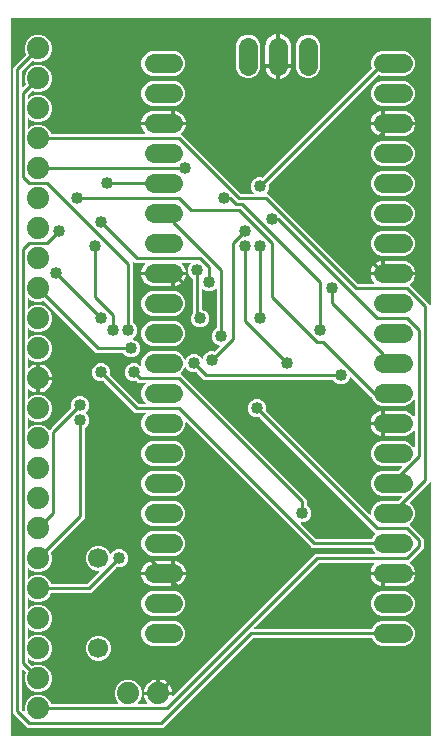
<source format=gbl>
G04 EAGLE Gerber RS-274X export*
G75*
%MOMM*%
%FSLAX34Y34*%
%LPD*%
%INBottom Copper*%
%IPPOS*%
%AMOC8*
5,1,8,0,0,1.08239X$1,22.5*%
G01*
%ADD10C,1.700000*%
%ADD11C,1.879600*%
%ADD12C,1.650000*%
%ADD13C,0.254000*%
%ADD14C,1.016000*%

G36*
X357526Y2036D02*
X357526Y2036D01*
X357545Y2034D01*
X357647Y2056D01*
X357749Y2072D01*
X357766Y2082D01*
X357786Y2086D01*
X357875Y2139D01*
X357966Y2188D01*
X357980Y2202D01*
X357997Y2212D01*
X358064Y2291D01*
X358136Y2366D01*
X358144Y2384D01*
X358157Y2399D01*
X358196Y2495D01*
X358239Y2589D01*
X358241Y2609D01*
X358249Y2627D01*
X358267Y2794D01*
X358267Y216420D01*
X358256Y216491D01*
X358254Y216563D01*
X358236Y216612D01*
X358228Y216663D01*
X358194Y216726D01*
X358169Y216794D01*
X358137Y216834D01*
X358112Y216880D01*
X358060Y216930D01*
X358016Y216986D01*
X357972Y217014D01*
X357934Y217050D01*
X357869Y217080D01*
X357809Y217119D01*
X357758Y217131D01*
X357711Y217153D01*
X357640Y217161D01*
X357570Y217179D01*
X357518Y217175D01*
X357467Y217180D01*
X357396Y217165D01*
X357325Y217160D01*
X357277Y217139D01*
X357226Y217128D01*
X357165Y217091D01*
X357099Y217063D01*
X357043Y217019D01*
X357015Y217002D01*
X357000Y216984D01*
X356968Y216959D01*
X354416Y214406D01*
X340064Y200055D01*
X340052Y200039D01*
X340037Y200026D01*
X339981Y199939D01*
X339920Y199855D01*
X339914Y199836D01*
X339904Y199819D01*
X339878Y199719D01*
X339848Y199620D01*
X339848Y199600D01*
X339844Y199581D01*
X339852Y199478D01*
X339854Y199374D01*
X339861Y199355D01*
X339863Y199335D01*
X339903Y199240D01*
X339939Y199143D01*
X339951Y199127D01*
X339959Y199109D01*
X340064Y198978D01*
X342717Y196325D01*
X344283Y192545D01*
X344283Y188455D01*
X342717Y184675D01*
X340064Y182022D01*
X340052Y182006D01*
X340037Y181993D01*
X339981Y181906D01*
X339920Y181822D01*
X339914Y181803D01*
X339904Y181786D01*
X339878Y181686D01*
X339848Y181587D01*
X339848Y181567D01*
X339844Y181548D01*
X339852Y181445D01*
X339854Y181341D01*
X339861Y181322D01*
X339863Y181303D01*
X339903Y181208D01*
X339939Y181110D01*
X339951Y181095D01*
X339959Y181076D01*
X340064Y180945D01*
X349336Y171674D01*
X351791Y169218D01*
X351791Y160982D01*
X341854Y151044D01*
X340334Y149525D01*
X340287Y149460D01*
X340234Y149401D01*
X340216Y149361D01*
X340190Y149325D01*
X340167Y149249D01*
X340135Y149176D01*
X340131Y149132D01*
X340118Y149090D01*
X340120Y149010D01*
X340113Y148931D01*
X340123Y148888D01*
X340124Y148844D01*
X340151Y148769D01*
X340170Y148692D01*
X340193Y148654D01*
X340209Y148613D01*
X340258Y148551D01*
X340301Y148483D01*
X340344Y148444D01*
X340362Y148421D01*
X340386Y148406D01*
X340425Y148370D01*
X341030Y147931D01*
X342231Y146730D01*
X343229Y145355D01*
X344000Y143842D01*
X344525Y142227D01*
X344684Y141223D01*
X318262Y141223D01*
X318242Y141220D01*
X318223Y141222D01*
X318121Y141200D01*
X318019Y141183D01*
X318002Y141174D01*
X317982Y141170D01*
X317893Y141117D01*
X317802Y141068D01*
X317788Y141054D01*
X317771Y141044D01*
X317704Y140965D01*
X317633Y140890D01*
X317624Y140872D01*
X317611Y140857D01*
X317573Y140761D01*
X317529Y140667D01*
X317527Y140647D01*
X317519Y140629D01*
X317501Y140462D01*
X317501Y139699D01*
X317499Y139699D01*
X317499Y140462D01*
X317496Y140482D01*
X317498Y140501D01*
X317476Y140603D01*
X317459Y140705D01*
X317450Y140722D01*
X317446Y140742D01*
X317393Y140831D01*
X317344Y140922D01*
X317330Y140936D01*
X317320Y140953D01*
X317241Y141020D01*
X317166Y141091D01*
X317148Y141100D01*
X317133Y141113D01*
X317037Y141152D01*
X316943Y141195D01*
X316923Y141197D01*
X316905Y141205D01*
X316738Y141223D01*
X306816Y141223D01*
X306975Y142227D01*
X307500Y143842D01*
X308271Y145355D01*
X309269Y146730D01*
X309829Y147290D01*
X309871Y147348D01*
X309921Y147400D01*
X309943Y147447D01*
X309973Y147489D01*
X309994Y147558D01*
X310024Y147623D01*
X310030Y147675D01*
X310045Y147725D01*
X310043Y147796D01*
X310051Y147867D01*
X310040Y147918D01*
X310039Y147970D01*
X310014Y148038D01*
X309999Y148108D01*
X309972Y148153D01*
X309954Y148201D01*
X309910Y148257D01*
X309873Y148319D01*
X309833Y148353D01*
X309801Y148393D01*
X309740Y148432D01*
X309686Y148479D01*
X309638Y148498D01*
X309594Y148526D01*
X309524Y148544D01*
X309458Y148571D01*
X309387Y148579D01*
X309355Y148587D01*
X309332Y148585D01*
X309291Y148589D01*
X263514Y148589D01*
X263424Y148575D01*
X263333Y148567D01*
X263303Y148555D01*
X263271Y148550D01*
X263190Y148507D01*
X263106Y148471D01*
X263074Y148445D01*
X263054Y148434D01*
X263031Y148411D01*
X262976Y148366D01*
X208619Y94010D01*
X208578Y93952D01*
X208528Y93900D01*
X208506Y93853D01*
X208476Y93811D01*
X208455Y93742D01*
X208425Y93677D01*
X208419Y93625D01*
X208404Y93575D01*
X208405Y93504D01*
X208398Y93433D01*
X208409Y93382D01*
X208410Y93330D01*
X208435Y93262D01*
X208450Y93192D01*
X208476Y93147D01*
X208494Y93099D01*
X208539Y93043D01*
X208576Y92981D01*
X208616Y92947D01*
X208648Y92907D01*
X208708Y92868D01*
X208763Y92821D01*
X208811Y92802D01*
X208855Y92774D01*
X208924Y92756D01*
X208991Y92729D01*
X209062Y92721D01*
X209094Y92713D01*
X209117Y92715D01*
X209158Y92711D01*
X307440Y92711D01*
X307555Y92730D01*
X307671Y92747D01*
X307676Y92749D01*
X307683Y92750D01*
X307785Y92805D01*
X307890Y92858D01*
X307894Y92863D01*
X307900Y92866D01*
X307980Y92950D01*
X308062Y93034D01*
X308066Y93040D01*
X308069Y93044D01*
X308077Y93061D01*
X308143Y93181D01*
X308783Y94725D01*
X311675Y97617D01*
X315455Y99183D01*
X336045Y99183D01*
X339825Y97617D01*
X342717Y94725D01*
X344283Y90945D01*
X344283Y86855D01*
X342717Y83075D01*
X339825Y80183D01*
X336045Y78617D01*
X315455Y78617D01*
X311675Y80183D01*
X308783Y83075D01*
X308143Y84619D01*
X308082Y84719D01*
X308022Y84819D01*
X308017Y84823D01*
X308014Y84828D01*
X307923Y84903D01*
X307835Y84979D01*
X307829Y84981D01*
X307824Y84985D01*
X307716Y85027D01*
X307607Y85071D01*
X307599Y85072D01*
X307594Y85073D01*
X307576Y85074D01*
X307440Y85089D01*
X207634Y85089D01*
X207544Y85075D01*
X207453Y85067D01*
X207423Y85055D01*
X207391Y85050D01*
X207310Y85007D01*
X207226Y84971D01*
X207194Y84945D01*
X207174Y84934D01*
X207151Y84911D01*
X207096Y84866D01*
X131118Y8889D01*
X16202Y8889D01*
X3809Y21282D01*
X3809Y567998D01*
X14713Y578902D01*
X14781Y578997D01*
X14851Y579091D01*
X14853Y579097D01*
X14857Y579102D01*
X14891Y579213D01*
X14927Y579325D01*
X14927Y579331D01*
X14929Y579337D01*
X14926Y579454D01*
X14925Y579571D01*
X14923Y579578D01*
X14923Y579583D01*
X14916Y579600D01*
X14878Y579732D01*
X13969Y581926D01*
X13969Y586474D01*
X15710Y590675D01*
X18925Y593890D01*
X23126Y595631D01*
X27674Y595631D01*
X31875Y593890D01*
X35090Y590675D01*
X36831Y586474D01*
X36831Y581926D01*
X35090Y577725D01*
X31875Y574510D01*
X27674Y572769D01*
X23126Y572769D01*
X20932Y573678D01*
X20867Y573693D01*
X20819Y573713D01*
X20760Y573719D01*
X20705Y573733D01*
X20699Y573733D01*
X20692Y573734D01*
X20656Y573731D01*
X20652Y573731D01*
X20636Y573731D01*
X20601Y573726D01*
X20576Y573723D01*
X20460Y573714D01*
X20454Y573712D01*
X20448Y573711D01*
X20410Y573694D01*
X20393Y573692D01*
X20338Y573663D01*
X20233Y573618D01*
X20227Y573613D01*
X20223Y573611D01*
X20209Y573599D01*
X20193Y573586D01*
X20176Y573577D01*
X20157Y573557D01*
X20102Y573513D01*
X11654Y565064D01*
X11601Y564991D01*
X11541Y564921D01*
X11529Y564891D01*
X11510Y564865D01*
X11483Y564778D01*
X11449Y564693D01*
X11445Y564652D01*
X11438Y564630D01*
X11439Y564597D01*
X11431Y564526D01*
X11431Y552058D01*
X11442Y551987D01*
X11444Y551915D01*
X11462Y551866D01*
X11470Y551815D01*
X11504Y551752D01*
X11529Y551684D01*
X11561Y551644D01*
X11586Y551598D01*
X11637Y551548D01*
X11682Y551492D01*
X11726Y551464D01*
X11764Y551428D01*
X11829Y551398D01*
X11889Y551359D01*
X11940Y551347D01*
X11987Y551325D01*
X12058Y551317D01*
X12128Y551299D01*
X12180Y551303D01*
X12231Y551298D01*
X12302Y551313D01*
X12373Y551318D01*
X12421Y551339D01*
X12472Y551350D01*
X12533Y551387D01*
X12599Y551415D01*
X12655Y551459D01*
X12683Y551476D01*
X12698Y551494D01*
X12730Y551519D01*
X14713Y553502D01*
X14781Y553596D01*
X14851Y553691D01*
X14853Y553697D01*
X14857Y553702D01*
X14891Y553813D01*
X14927Y553925D01*
X14927Y553931D01*
X14929Y553937D01*
X14926Y554054D01*
X14925Y554171D01*
X14923Y554178D01*
X14923Y554183D01*
X14916Y554201D01*
X14878Y554332D01*
X13969Y556526D01*
X13969Y561074D01*
X15710Y565275D01*
X18925Y568490D01*
X23126Y570231D01*
X27674Y570231D01*
X31875Y568490D01*
X35090Y565275D01*
X36831Y561074D01*
X36831Y556526D01*
X35090Y552325D01*
X31875Y549110D01*
X27674Y547369D01*
X23126Y547369D01*
X20932Y548278D01*
X20818Y548305D01*
X20705Y548333D01*
X20699Y548333D01*
X20692Y548334D01*
X20576Y548323D01*
X20460Y548314D01*
X20454Y548312D01*
X20448Y548311D01*
X20340Y548264D01*
X20233Y548218D01*
X20227Y548213D01*
X20223Y548211D01*
X20209Y548199D01*
X20102Y548113D01*
X16734Y544744D01*
X16681Y544670D01*
X16621Y544601D01*
X16609Y544571D01*
X16590Y544545D01*
X16563Y544458D01*
X16529Y544373D01*
X16525Y544332D01*
X16518Y544310D01*
X16519Y544277D01*
X16511Y544206D01*
X16511Y542514D01*
X16514Y542497D01*
X16512Y542481D01*
X16523Y542431D01*
X16524Y542372D01*
X16542Y542323D01*
X16550Y542271D01*
X16562Y542249D01*
X16564Y542240D01*
X16585Y542205D01*
X16609Y542141D01*
X16641Y542100D01*
X16666Y542054D01*
X16689Y542032D01*
X16690Y542029D01*
X16703Y542018D01*
X16718Y542005D01*
X16762Y541949D01*
X16806Y541920D01*
X16844Y541885D01*
X16909Y541854D01*
X16969Y541816D01*
X17020Y541803D01*
X17067Y541781D01*
X17138Y541773D01*
X17208Y541755D01*
X17260Y541760D01*
X17311Y541754D01*
X17382Y541769D01*
X17453Y541775D01*
X17501Y541795D01*
X17509Y541797D01*
X17521Y541799D01*
X17523Y541800D01*
X17552Y541806D01*
X17613Y541843D01*
X17679Y541871D01*
X17722Y541905D01*
X17738Y541914D01*
X17747Y541922D01*
X17763Y541932D01*
X17778Y541950D01*
X17810Y541976D01*
X18925Y543090D01*
X23126Y544831D01*
X27674Y544831D01*
X31875Y543090D01*
X35090Y539875D01*
X36831Y535674D01*
X36831Y531126D01*
X35090Y526925D01*
X31875Y523710D01*
X27674Y521969D01*
X23126Y521969D01*
X18925Y523710D01*
X17810Y524824D01*
X17752Y524866D01*
X17700Y524915D01*
X17653Y524937D01*
X17611Y524968D01*
X17542Y524989D01*
X17477Y525019D01*
X17425Y525025D01*
X17375Y525040D01*
X17304Y525038D01*
X17233Y525046D01*
X17182Y525035D01*
X17130Y525034D01*
X17062Y525009D01*
X16992Y524994D01*
X16947Y524967D01*
X16899Y524949D01*
X16843Y524904D01*
X16781Y524868D01*
X16747Y524828D01*
X16707Y524796D01*
X16668Y524735D01*
X16621Y524681D01*
X16602Y524633D01*
X16574Y524589D01*
X16556Y524519D01*
X16529Y524453D01*
X16521Y524381D01*
X16513Y524350D01*
X16515Y524327D01*
X16511Y524286D01*
X16511Y517114D01*
X16522Y517043D01*
X16524Y516972D01*
X16542Y516923D01*
X16550Y516871D01*
X16584Y516808D01*
X16609Y516741D01*
X16641Y516700D01*
X16666Y516654D01*
X16718Y516605D01*
X16762Y516549D01*
X16806Y516520D01*
X16844Y516485D01*
X16909Y516454D01*
X16969Y516416D01*
X17020Y516403D01*
X17067Y516381D01*
X17138Y516373D01*
X17208Y516355D01*
X17260Y516360D01*
X17311Y516354D01*
X17382Y516369D01*
X17453Y516375D01*
X17501Y516395D01*
X17552Y516406D01*
X17613Y516443D01*
X17679Y516471D01*
X17735Y516516D01*
X17763Y516532D01*
X17778Y516550D01*
X17810Y516576D01*
X18925Y517690D01*
X23126Y519431D01*
X27674Y519431D01*
X31875Y517690D01*
X35090Y514475D01*
X35999Y512281D01*
X36061Y512181D01*
X36121Y512081D01*
X36126Y512077D01*
X36129Y512072D01*
X36220Y511997D01*
X36308Y511921D01*
X36314Y511919D01*
X36318Y511915D01*
X36427Y511873D01*
X36536Y511829D01*
X36544Y511828D01*
X36548Y511827D01*
X36566Y511826D01*
X36703Y511811D01*
X114991Y511811D01*
X115062Y511822D01*
X115134Y511824D01*
X115182Y511842D01*
X115234Y511850D01*
X115297Y511884D01*
X115365Y511909D01*
X115405Y511941D01*
X115451Y511966D01*
X115501Y512017D01*
X115557Y512062D01*
X115585Y512106D01*
X115621Y512144D01*
X115651Y512209D01*
X115690Y512269D01*
X115702Y512320D01*
X115724Y512367D01*
X115732Y512438D01*
X115750Y512508D01*
X115746Y512560D01*
X115751Y512611D01*
X115736Y512682D01*
X115730Y512753D01*
X115710Y512801D01*
X115699Y512852D01*
X115662Y512913D01*
X115634Y512979D01*
X115589Y513035D01*
X115573Y513063D01*
X115555Y513078D01*
X115529Y513110D01*
X114969Y513670D01*
X113971Y515045D01*
X113200Y516558D01*
X112675Y518173D01*
X112516Y519177D01*
X138938Y519177D01*
X138958Y519180D01*
X138977Y519178D01*
X139079Y519200D01*
X139181Y519217D01*
X139198Y519226D01*
X139218Y519230D01*
X139307Y519283D01*
X139398Y519332D01*
X139412Y519346D01*
X139429Y519356D01*
X139496Y519435D01*
X139567Y519510D01*
X139576Y519528D01*
X139589Y519543D01*
X139627Y519639D01*
X139671Y519733D01*
X139673Y519753D01*
X139681Y519771D01*
X139699Y519938D01*
X139699Y520701D01*
X139701Y520701D01*
X139701Y519938D01*
X139704Y519918D01*
X139702Y519899D01*
X139724Y519797D01*
X139741Y519695D01*
X139750Y519678D01*
X139754Y519658D01*
X139807Y519569D01*
X139856Y519478D01*
X139870Y519464D01*
X139880Y519447D01*
X139959Y519380D01*
X140034Y519309D01*
X140052Y519300D01*
X140067Y519287D01*
X140163Y519248D01*
X140257Y519205D01*
X140277Y519203D01*
X140295Y519195D01*
X140462Y519177D01*
X150384Y519177D01*
X150225Y518173D01*
X149700Y516558D01*
X148929Y515045D01*
X147931Y513670D01*
X146753Y512493D01*
X146741Y512477D01*
X146726Y512464D01*
X146670Y512377D01*
X146610Y512293D01*
X146604Y512274D01*
X146593Y512257D01*
X146568Y512157D01*
X146537Y512058D01*
X146538Y512038D01*
X146533Y512019D01*
X146541Y511916D01*
X146544Y511812D01*
X146550Y511793D01*
X146552Y511773D01*
X146592Y511679D01*
X146628Y511581D01*
X146640Y511565D01*
X146648Y511547D01*
X146753Y511416D01*
X148814Y509356D01*
X196936Y461234D01*
X197009Y461181D01*
X197079Y461121D01*
X197109Y461109D01*
X197135Y461090D01*
X197222Y461063D01*
X197307Y461029D01*
X197348Y461025D01*
X197370Y461018D01*
X197403Y461019D01*
X197474Y461011D01*
X207094Y461011D01*
X207165Y461022D01*
X207237Y461024D01*
X207286Y461042D01*
X207337Y461050D01*
X207400Y461084D01*
X207468Y461109D01*
X207508Y461141D01*
X207554Y461166D01*
X207604Y461218D01*
X207660Y461262D01*
X207688Y461306D01*
X207724Y461344D01*
X207754Y461409D01*
X207793Y461469D01*
X207805Y461520D01*
X207827Y461567D01*
X207835Y461638D01*
X207853Y461708D01*
X207849Y461760D01*
X207854Y461811D01*
X207839Y461882D01*
X207834Y461953D01*
X207813Y462001D01*
X207802Y462052D01*
X207765Y462113D01*
X207737Y462179D01*
X207692Y462235D01*
X207676Y462263D01*
X207658Y462278D01*
X207632Y462310D01*
X206899Y463043D01*
X205739Y465844D01*
X205739Y468876D01*
X206899Y471677D01*
X209043Y473821D01*
X211844Y474981D01*
X214876Y474981D01*
X214912Y474966D01*
X215025Y474939D01*
X215139Y474911D01*
X215145Y474911D01*
X215151Y474910D01*
X215268Y474921D01*
X215384Y474930D01*
X215390Y474932D01*
X215396Y474933D01*
X215504Y474981D01*
X215611Y475026D01*
X215616Y475031D01*
X215621Y475033D01*
X215635Y475046D01*
X215742Y475131D01*
X307692Y567081D01*
X307760Y567176D01*
X307830Y567270D01*
X307832Y567276D01*
X307835Y567281D01*
X307870Y567392D01*
X307906Y567504D01*
X307906Y567510D01*
X307908Y567516D01*
X307905Y567633D01*
X307904Y567678D01*
X307905Y567681D01*
X307904Y567683D01*
X307904Y567750D01*
X307901Y567757D01*
X307901Y567762D01*
X307895Y567779D01*
X307857Y567911D01*
X307217Y569455D01*
X307217Y573545D01*
X308783Y577325D01*
X311675Y580217D01*
X315455Y581783D01*
X336045Y581783D01*
X339825Y580217D01*
X342717Y577325D01*
X344283Y573545D01*
X344283Y569455D01*
X342717Y565675D01*
X339825Y562783D01*
X336045Y561217D01*
X315455Y561217D01*
X313911Y561857D01*
X313797Y561884D01*
X313684Y561912D01*
X313677Y561912D01*
X313671Y561913D01*
X313555Y561902D01*
X313438Y561893D01*
X313433Y561891D01*
X313426Y561890D01*
X313319Y561842D01*
X313212Y561797D01*
X313206Y561792D01*
X313202Y561790D01*
X313188Y561777D01*
X313081Y561692D01*
X221131Y469742D01*
X221063Y469647D01*
X220993Y469553D01*
X220991Y469547D01*
X220987Y469542D01*
X220953Y469430D01*
X220917Y469319D01*
X220917Y469313D01*
X220915Y469307D01*
X220918Y469190D01*
X220919Y469073D01*
X220921Y469066D01*
X220921Y469061D01*
X220928Y469043D01*
X220966Y468912D01*
X220981Y468876D01*
X220981Y465844D01*
X219821Y463043D01*
X219088Y462310D01*
X219046Y462252D01*
X218996Y462200D01*
X218974Y462153D01*
X218944Y462111D01*
X218923Y462042D01*
X218893Y461977D01*
X218887Y461925D01*
X218872Y461875D01*
X218874Y461804D01*
X218866Y461733D01*
X218877Y461682D01*
X218878Y461630D01*
X218903Y461562D01*
X218918Y461492D01*
X218945Y461447D01*
X218962Y461399D01*
X219007Y461343D01*
X219044Y461281D01*
X219084Y461247D01*
X219116Y461207D01*
X219176Y461168D01*
X219231Y461121D01*
X219279Y461102D01*
X219323Y461074D01*
X219393Y461056D01*
X219459Y461029D01*
X219530Y461021D01*
X219562Y461013D01*
X219585Y461015D01*
X219626Y461011D01*
X220018Y461011D01*
X222474Y458556D01*
X222474Y458555D01*
X295996Y385034D01*
X296069Y384981D01*
X296139Y384921D01*
X296169Y384909D01*
X296195Y384890D01*
X296282Y384863D01*
X296367Y384829D01*
X296408Y384825D01*
X296430Y384818D01*
X296463Y384819D01*
X296534Y384811D01*
X309291Y384811D01*
X309362Y384822D01*
X309434Y384824D01*
X309482Y384842D01*
X309534Y384850D01*
X309597Y384884D01*
X309665Y384909D01*
X309705Y384941D01*
X309751Y384966D01*
X309801Y385017D01*
X309857Y385062D01*
X309885Y385106D01*
X309921Y385144D01*
X309951Y385209D01*
X309990Y385269D01*
X310002Y385320D01*
X310024Y385367D01*
X310032Y385438D01*
X310050Y385508D01*
X310046Y385560D01*
X310051Y385611D01*
X310036Y385682D01*
X310030Y385753D01*
X310010Y385801D01*
X309999Y385852D01*
X309962Y385913D01*
X309934Y385979D01*
X309889Y386035D01*
X309873Y386063D01*
X309855Y386078D01*
X309829Y386110D01*
X309269Y386670D01*
X308271Y388045D01*
X307500Y389558D01*
X306975Y391173D01*
X306816Y392177D01*
X316738Y392177D01*
X316758Y392180D01*
X316777Y392178D01*
X316879Y392200D01*
X316981Y392217D01*
X316998Y392226D01*
X317018Y392230D01*
X317107Y392283D01*
X317198Y392332D01*
X317212Y392346D01*
X317229Y392356D01*
X317296Y392435D01*
X317367Y392510D01*
X317376Y392528D01*
X317389Y392543D01*
X317427Y392639D01*
X317471Y392733D01*
X317473Y392753D01*
X317481Y392771D01*
X317499Y392938D01*
X317499Y393701D01*
X317501Y393701D01*
X317501Y392938D01*
X317504Y392918D01*
X317502Y392899D01*
X317524Y392797D01*
X317541Y392695D01*
X317550Y392678D01*
X317554Y392658D01*
X317607Y392569D01*
X317656Y392478D01*
X317670Y392464D01*
X317680Y392447D01*
X317759Y392380D01*
X317834Y392309D01*
X317852Y392300D01*
X317867Y392287D01*
X317963Y392248D01*
X318057Y392205D01*
X318077Y392203D01*
X318095Y392195D01*
X318262Y392177D01*
X344684Y392177D01*
X344525Y391173D01*
X344000Y389558D01*
X343229Y388045D01*
X342231Y386670D01*
X341030Y385469D01*
X340425Y385030D01*
X340369Y384973D01*
X340307Y384923D01*
X340283Y384886D01*
X340252Y384855D01*
X340217Y384783D01*
X340174Y384717D01*
X340163Y384674D01*
X340143Y384634D01*
X340133Y384555D01*
X340113Y384478D01*
X340117Y384434D01*
X340111Y384390D01*
X340126Y384312D01*
X340133Y384233D01*
X340150Y384192D01*
X340158Y384149D01*
X340198Y384079D01*
X340229Y384006D01*
X340265Y383961D01*
X340280Y383935D01*
X340301Y383916D01*
X340334Y383875D01*
X356968Y367241D01*
X357026Y367200D01*
X357078Y367150D01*
X357125Y367128D01*
X357167Y367098D01*
X357236Y367077D01*
X357301Y367047D01*
X357353Y367041D01*
X357403Y367026D01*
X357474Y367027D01*
X357545Y367020D01*
X357596Y367031D01*
X357648Y367032D01*
X357716Y367057D01*
X357786Y367072D01*
X357830Y367098D01*
X357879Y367116D01*
X357935Y367161D01*
X357997Y367198D01*
X358031Y367238D01*
X358071Y367270D01*
X358110Y367330D01*
X358157Y367385D01*
X358176Y367433D01*
X358204Y367477D01*
X358222Y367546D01*
X358249Y367613D01*
X358257Y367684D01*
X358265Y367716D01*
X358263Y367739D01*
X358267Y367780D01*
X358267Y609206D01*
X358264Y609226D01*
X358266Y609245D01*
X358244Y609347D01*
X358228Y609449D01*
X358218Y609466D01*
X358214Y609486D01*
X358161Y609575D01*
X358112Y609666D01*
X358098Y609680D01*
X358088Y609697D01*
X358009Y609764D01*
X357934Y609836D01*
X357916Y609844D01*
X357901Y609857D01*
X357805Y609896D01*
X357711Y609939D01*
X357691Y609941D01*
X357673Y609949D01*
X357506Y609967D01*
X2794Y609967D01*
X2774Y609964D01*
X2755Y609966D01*
X2653Y609944D01*
X2551Y609928D01*
X2534Y609918D01*
X2514Y609914D01*
X2425Y609861D01*
X2334Y609812D01*
X2320Y609798D01*
X2303Y609788D01*
X2236Y609709D01*
X2164Y609634D01*
X2156Y609616D01*
X2143Y609601D01*
X2104Y609505D01*
X2061Y609411D01*
X2059Y609391D01*
X2051Y609373D01*
X2033Y609206D01*
X2033Y2794D01*
X2036Y2774D01*
X2034Y2755D01*
X2056Y2653D01*
X2072Y2551D01*
X2082Y2534D01*
X2086Y2514D01*
X2139Y2425D01*
X2188Y2334D01*
X2202Y2320D01*
X2212Y2303D01*
X2291Y2236D01*
X2366Y2164D01*
X2384Y2156D01*
X2399Y2143D01*
X2495Y2104D01*
X2589Y2061D01*
X2609Y2059D01*
X2627Y2051D01*
X2794Y2033D01*
X357506Y2033D01*
X357526Y2036D01*
G37*
G36*
X13298Y22989D02*
X13298Y22989D01*
X13350Y22990D01*
X13418Y23015D01*
X13488Y23030D01*
X13533Y23056D01*
X13581Y23074D01*
X13637Y23119D01*
X13699Y23156D01*
X13733Y23196D01*
X13773Y23228D01*
X13812Y23288D01*
X13859Y23343D01*
X13878Y23391D01*
X13906Y23435D01*
X13924Y23504D01*
X13951Y23571D01*
X13959Y23642D01*
X13967Y23673D01*
X13965Y23697D01*
X13969Y23738D01*
X13969Y27674D01*
X15710Y31875D01*
X18925Y35090D01*
X23126Y36831D01*
X27674Y36831D01*
X31875Y35090D01*
X35090Y31875D01*
X35999Y29681D01*
X36061Y29581D01*
X36121Y29481D01*
X36126Y29477D01*
X36129Y29472D01*
X36220Y29397D01*
X36308Y29321D01*
X36314Y29319D01*
X36318Y29315D01*
X36427Y29273D01*
X36536Y29229D01*
X36544Y29228D01*
X36548Y29227D01*
X36566Y29226D01*
X36703Y29211D01*
X92486Y29211D01*
X92557Y29222D01*
X92628Y29224D01*
X92677Y29242D01*
X92729Y29250D01*
X92792Y29284D01*
X92859Y29309D01*
X92900Y29341D01*
X92946Y29366D01*
X92995Y29418D01*
X93051Y29462D01*
X93080Y29506D01*
X93115Y29544D01*
X93146Y29609D01*
X93184Y29669D01*
X93197Y29720D01*
X93219Y29767D01*
X93227Y29838D01*
X93245Y29908D01*
X93240Y29960D01*
X93246Y30011D01*
X93231Y30082D01*
X93225Y30153D01*
X93205Y30201D01*
X93194Y30252D01*
X93157Y30313D01*
X93129Y30379D01*
X93084Y30435D01*
X93068Y30463D01*
X93050Y30478D01*
X93024Y30510D01*
X91910Y31625D01*
X90169Y35826D01*
X90169Y40374D01*
X91910Y44575D01*
X95125Y47790D01*
X99326Y49531D01*
X103874Y49531D01*
X108075Y47790D01*
X111290Y44575D01*
X113031Y40374D01*
X113031Y35826D01*
X111290Y31625D01*
X110176Y30510D01*
X110134Y30452D01*
X110085Y30400D01*
X110063Y30353D01*
X110032Y30311D01*
X110011Y30242D01*
X109981Y30177D01*
X109975Y30125D01*
X109960Y30075D01*
X109962Y30004D01*
X109954Y29933D01*
X109965Y29882D01*
X109966Y29830D01*
X109991Y29762D01*
X110006Y29692D01*
X110033Y29647D01*
X110051Y29599D01*
X110096Y29543D01*
X110132Y29481D01*
X110172Y29447D01*
X110204Y29407D01*
X110265Y29368D01*
X110319Y29321D01*
X110367Y29302D01*
X110411Y29274D01*
X110481Y29256D01*
X110547Y29229D01*
X110619Y29221D01*
X110650Y29213D01*
X110673Y29215D01*
X110714Y29211D01*
X117207Y29211D01*
X117219Y29213D01*
X117231Y29211D01*
X117340Y29232D01*
X117450Y29250D01*
X117461Y29256D01*
X117472Y29258D01*
X117569Y29313D01*
X117667Y29366D01*
X117676Y29374D01*
X117686Y29380D01*
X117760Y29463D01*
X117837Y29544D01*
X117842Y29555D01*
X117850Y29564D01*
X117893Y29666D01*
X117940Y29767D01*
X117942Y29779D01*
X117946Y29790D01*
X117955Y29901D01*
X117968Y30011D01*
X117965Y30023D01*
X117966Y30035D01*
X117939Y30143D01*
X117915Y30252D01*
X117909Y30262D01*
X117906Y30274D01*
X117823Y30419D01*
X116789Y31843D01*
X115936Y33517D01*
X115355Y35304D01*
X115154Y36577D01*
X126238Y36577D01*
X126258Y36580D01*
X126277Y36578D01*
X126379Y36600D01*
X126481Y36617D01*
X126498Y36626D01*
X126518Y36630D01*
X126607Y36683D01*
X126698Y36732D01*
X126712Y36746D01*
X126729Y36756D01*
X126796Y36835D01*
X126867Y36910D01*
X126876Y36928D01*
X126889Y36943D01*
X126927Y37039D01*
X126971Y37133D01*
X126973Y37153D01*
X126981Y37171D01*
X126999Y37338D01*
X126999Y38101D01*
X127001Y38101D01*
X127001Y37338D01*
X127004Y37318D01*
X127002Y37299D01*
X127024Y37197D01*
X127041Y37095D01*
X127050Y37078D01*
X127054Y37058D01*
X127107Y36969D01*
X127156Y36878D01*
X127170Y36864D01*
X127180Y36847D01*
X127259Y36780D01*
X127334Y36709D01*
X127352Y36700D01*
X127367Y36687D01*
X127463Y36648D01*
X127557Y36605D01*
X127577Y36603D01*
X127595Y36595D01*
X127762Y36577D01*
X138993Y36577D01*
X139000Y36557D01*
X139005Y36551D01*
X139008Y36543D01*
X139079Y36454D01*
X139150Y36362D01*
X139156Y36357D01*
X139161Y36351D01*
X139258Y36289D01*
X139354Y36225D01*
X139361Y36222D01*
X139368Y36218D01*
X139480Y36190D01*
X139591Y36160D01*
X139599Y36160D01*
X139607Y36158D01*
X139721Y36167D01*
X139836Y36174D01*
X139844Y36177D01*
X139852Y36177D01*
X139957Y36222D01*
X140065Y36265D01*
X140071Y36270D01*
X140078Y36274D01*
X140209Y36378D01*
X260042Y156211D01*
X310009Y156211D01*
X310080Y156222D01*
X310152Y156224D01*
X310201Y156242D01*
X310252Y156250D01*
X310316Y156284D01*
X310383Y156309D01*
X310424Y156341D01*
X310470Y156366D01*
X310519Y156418D01*
X310575Y156462D01*
X310603Y156506D01*
X310639Y156544D01*
X310669Y156609D01*
X310708Y156669D01*
X310721Y156720D01*
X310743Y156767D01*
X310751Y156838D01*
X310768Y156908D01*
X310764Y156960D01*
X310770Y157011D01*
X310754Y157082D01*
X310749Y157153D01*
X310729Y157201D01*
X310717Y157252D01*
X310681Y157313D01*
X310653Y157379D01*
X310608Y157435D01*
X310591Y157463D01*
X310573Y157478D01*
X310548Y157510D01*
X308783Y159275D01*
X308143Y160819D01*
X308082Y160919D01*
X308022Y161019D01*
X308017Y161023D01*
X308014Y161028D01*
X307923Y161103D01*
X307835Y161179D01*
X307829Y161181D01*
X307824Y161185D01*
X307716Y161227D01*
X307607Y161271D01*
X307599Y161272D01*
X307594Y161273D01*
X307576Y161274D01*
X307440Y161289D01*
X257502Y161289D01*
X151282Y267509D01*
X151224Y267550D01*
X151172Y267600D01*
X151125Y267622D01*
X151083Y267652D01*
X151014Y267673D01*
X150949Y267703D01*
X150897Y267709D01*
X150847Y267724D01*
X150776Y267723D01*
X150705Y267730D01*
X150654Y267719D01*
X150602Y267718D01*
X150534Y267693D01*
X150464Y267678D01*
X150420Y267652D01*
X150371Y267634D01*
X150315Y267589D01*
X150253Y267552D01*
X150219Y267512D01*
X150179Y267480D01*
X150140Y267420D01*
X150093Y267365D01*
X150074Y267317D01*
X150046Y267273D01*
X150028Y267204D01*
X150001Y267137D01*
X149993Y267066D01*
X149985Y267034D01*
X149987Y267011D01*
X149983Y266970D01*
X149983Y264655D01*
X148417Y260875D01*
X145525Y257983D01*
X141745Y256417D01*
X121155Y256417D01*
X117375Y257983D01*
X114483Y260875D01*
X112917Y264655D01*
X112917Y268745D01*
X114483Y272525D01*
X116248Y274290D01*
X116290Y274348D01*
X116339Y274400D01*
X116361Y274447D01*
X116391Y274489D01*
X116412Y274558D01*
X116443Y274623D01*
X116448Y274675D01*
X116464Y274725D01*
X116462Y274796D01*
X116470Y274867D01*
X116459Y274918D01*
X116457Y274970D01*
X116433Y275038D01*
X116417Y275108D01*
X116391Y275153D01*
X116373Y275201D01*
X116328Y275257D01*
X116291Y275319D01*
X116252Y275353D01*
X116219Y275393D01*
X116159Y275432D01*
X116104Y275479D01*
X116056Y275498D01*
X116012Y275526D01*
X115943Y275544D01*
X115876Y275571D01*
X115805Y275579D01*
X115774Y275587D01*
X115750Y275585D01*
X115709Y275589D01*
X107642Y275589D01*
X81122Y302109D01*
X81027Y302177D01*
X80933Y302247D01*
X80927Y302249D01*
X80922Y302253D01*
X80810Y302287D01*
X80699Y302323D01*
X80693Y302323D01*
X80687Y302325D01*
X80570Y302322D01*
X80453Y302321D01*
X80446Y302319D01*
X80441Y302319D01*
X80423Y302312D01*
X80292Y302274D01*
X80256Y302259D01*
X77224Y302259D01*
X74423Y303419D01*
X72279Y305563D01*
X71119Y308364D01*
X71119Y311396D01*
X72279Y314197D01*
X74423Y316341D01*
X77224Y317501D01*
X80256Y317501D01*
X83057Y316341D01*
X85201Y314197D01*
X86361Y311396D01*
X86361Y308364D01*
X86346Y308328D01*
X86336Y308287D01*
X86324Y308260D01*
X86318Y308210D01*
X86291Y308101D01*
X86291Y308095D01*
X86290Y308089D01*
X86301Y307972D01*
X86310Y307856D01*
X86312Y307850D01*
X86313Y307844D01*
X86361Y307736D01*
X86406Y307629D01*
X86411Y307624D01*
X86413Y307619D01*
X86426Y307605D01*
X86511Y307498D01*
X110576Y283434D01*
X110649Y283381D01*
X110719Y283321D01*
X110749Y283309D01*
X110775Y283290D01*
X110862Y283263D01*
X110947Y283229D01*
X110988Y283225D01*
X111010Y283218D01*
X111043Y283219D01*
X111114Y283211D01*
X115709Y283211D01*
X115780Y283222D01*
X115852Y283224D01*
X115901Y283242D01*
X115952Y283250D01*
X116016Y283284D01*
X116083Y283309D01*
X116124Y283341D01*
X116170Y283366D01*
X116219Y283418D01*
X116275Y283462D01*
X116303Y283506D01*
X116339Y283544D01*
X116369Y283609D01*
X116408Y283669D01*
X116421Y283720D01*
X116443Y283767D01*
X116451Y283838D01*
X116468Y283908D01*
X116464Y283960D01*
X116470Y284011D01*
X116454Y284082D01*
X116449Y284153D01*
X116429Y284201D01*
X116417Y284252D01*
X116381Y284313D01*
X116353Y284379D01*
X116308Y284435D01*
X116291Y284463D01*
X116273Y284478D01*
X116248Y284510D01*
X114483Y286275D01*
X112917Y290055D01*
X112917Y294145D01*
X114483Y297925D01*
X116248Y299690D01*
X116290Y299748D01*
X116339Y299800D01*
X116361Y299847D01*
X116391Y299889D01*
X116412Y299958D01*
X116443Y300023D01*
X116448Y300075D01*
X116464Y300125D01*
X116462Y300196D01*
X116470Y300267D01*
X116459Y300318D01*
X116457Y300370D01*
X116433Y300438D01*
X116417Y300508D01*
X116391Y300553D01*
X116373Y300601D01*
X116328Y300657D01*
X116291Y300719D01*
X116252Y300753D01*
X116219Y300793D01*
X116159Y300832D01*
X116104Y300879D01*
X116056Y300898D01*
X116012Y300926D01*
X115943Y300944D01*
X115876Y300971D01*
X115805Y300979D01*
X115774Y300987D01*
X115750Y300985D01*
X115709Y300989D01*
X110182Y300989D01*
X109062Y302109D01*
X108967Y302177D01*
X108873Y302247D01*
X108867Y302249D01*
X108862Y302253D01*
X108750Y302287D01*
X108639Y302323D01*
X108633Y302323D01*
X108627Y302325D01*
X108510Y302322D01*
X108393Y302321D01*
X108386Y302319D01*
X108381Y302319D01*
X108363Y302312D01*
X108232Y302274D01*
X108196Y302259D01*
X105164Y302259D01*
X102363Y303419D01*
X100219Y305563D01*
X99059Y308364D01*
X99059Y311396D01*
X100219Y314197D01*
X102363Y316341D01*
X105164Y317501D01*
X108196Y317501D01*
X110997Y316341D01*
X111618Y315720D01*
X111676Y315678D01*
X111728Y315628D01*
X111775Y315606D01*
X111817Y315576D01*
X111886Y315555D01*
X111951Y315525D01*
X112003Y315519D01*
X112053Y315504D01*
X112124Y315506D01*
X112195Y315498D01*
X112246Y315509D01*
X112298Y315510D01*
X112366Y315535D01*
X112436Y315550D01*
X112481Y315577D01*
X112529Y315594D01*
X112585Y315639D01*
X112647Y315676D01*
X112681Y315716D01*
X112721Y315748D01*
X112760Y315808D01*
X112807Y315863D01*
X112826Y315911D01*
X112854Y315955D01*
X112872Y316025D01*
X112899Y316091D01*
X112907Y316162D01*
X112915Y316194D01*
X112913Y316217D01*
X112917Y316258D01*
X112917Y319545D01*
X114483Y323325D01*
X117375Y326217D01*
X121155Y327783D01*
X141745Y327783D01*
X145525Y326217D01*
X148417Y323325D01*
X149327Y321128D01*
X149365Y321067D01*
X149394Y321001D01*
X149430Y320963D01*
X149457Y320918D01*
X149512Y320873D01*
X149561Y320820D01*
X149606Y320795D01*
X149646Y320762D01*
X149713Y320736D01*
X149776Y320701D01*
X149828Y320692D01*
X149876Y320673D01*
X149948Y320670D01*
X150018Y320658D01*
X150070Y320665D01*
X150122Y320663D01*
X150191Y320683D01*
X150262Y320693D01*
X150308Y320717D01*
X150358Y320732D01*
X150417Y320772D01*
X150481Y320805D01*
X150517Y320842D01*
X150560Y320872D01*
X150603Y320929D01*
X150653Y320981D01*
X150688Y321043D01*
X150707Y321069D01*
X150714Y321091D01*
X150734Y321128D01*
X151019Y321817D01*
X153163Y323961D01*
X155964Y325121D01*
X158996Y325121D01*
X161797Y323961D01*
X164031Y321727D01*
X164068Y321700D01*
X164099Y321666D01*
X164167Y321628D01*
X164230Y321583D01*
X164274Y321570D01*
X164315Y321547D01*
X164391Y321534D01*
X164466Y321511D01*
X164511Y321512D01*
X164557Y321504D01*
X164634Y321515D01*
X164711Y321517D01*
X164755Y321533D01*
X164800Y321540D01*
X164869Y321575D01*
X164942Y321602D01*
X164978Y321630D01*
X165019Y321651D01*
X165074Y321707D01*
X165134Y321755D01*
X165159Y321794D01*
X165191Y321827D01*
X165257Y321946D01*
X165267Y321962D01*
X165269Y321967D01*
X165272Y321974D01*
X166259Y324357D01*
X168403Y326501D01*
X171204Y327661D01*
X174236Y327661D01*
X174272Y327646D01*
X174385Y327619D01*
X174499Y327591D01*
X174505Y327591D01*
X174511Y327590D01*
X174628Y327601D01*
X174744Y327610D01*
X174750Y327612D01*
X174756Y327613D01*
X174864Y327661D01*
X174971Y327706D01*
X174976Y327711D01*
X174981Y327713D01*
X174995Y327726D01*
X175102Y327811D01*
X178871Y331580D01*
X178898Y331618D01*
X178932Y331649D01*
X178969Y331717D01*
X179015Y331780D01*
X179028Y331824D01*
X179050Y331864D01*
X179064Y331941D01*
X179087Y332015D01*
X179086Y332061D01*
X179094Y332106D01*
X179083Y332183D01*
X179081Y332261D01*
X179065Y332304D01*
X179058Y332350D01*
X179023Y332419D01*
X178996Y332492D01*
X178968Y332528D01*
X178947Y332569D01*
X178891Y332623D01*
X178843Y332684D01*
X178804Y332709D01*
X178771Y332741D01*
X178651Y332807D01*
X178636Y332817D01*
X178631Y332818D01*
X178624Y332822D01*
X176023Y333899D01*
X173879Y336043D01*
X172719Y338844D01*
X172719Y341876D01*
X173879Y344677D01*
X176023Y346821D01*
X176059Y346835D01*
X176158Y346897D01*
X176259Y346957D01*
X176263Y346962D01*
X176268Y346965D01*
X176342Y347055D01*
X176419Y347144D01*
X176421Y347150D01*
X176425Y347155D01*
X176467Y347262D01*
X176511Y347372D01*
X176512Y347380D01*
X176513Y347384D01*
X176514Y347402D01*
X176529Y347539D01*
X176529Y379814D01*
X176518Y379885D01*
X176516Y379957D01*
X176498Y380006D01*
X176490Y380057D01*
X176456Y380120D01*
X176431Y380188D01*
X176399Y380228D01*
X176374Y380274D01*
X176322Y380324D01*
X176278Y380380D01*
X176234Y380408D01*
X176196Y380444D01*
X176131Y380474D01*
X176071Y380513D01*
X176020Y380525D01*
X175973Y380547D01*
X175902Y380555D01*
X175832Y380573D01*
X175780Y380569D01*
X175729Y380574D01*
X175658Y380559D01*
X175587Y380554D01*
X175539Y380533D01*
X175488Y380522D01*
X175427Y380485D01*
X175361Y380457D01*
X175305Y380412D01*
X175277Y380396D01*
X175262Y380378D01*
X175230Y380352D01*
X174497Y379619D01*
X171696Y378459D01*
X168664Y378459D01*
X165863Y379619D01*
X165130Y380352D01*
X165072Y380394D01*
X165020Y380444D01*
X164973Y380466D01*
X164931Y380496D01*
X164862Y380517D01*
X164797Y380547D01*
X164745Y380553D01*
X164695Y380568D01*
X164624Y380566D01*
X164553Y380574D01*
X164502Y380563D01*
X164450Y380562D01*
X164382Y380537D01*
X164312Y380522D01*
X164267Y380495D01*
X164219Y380478D01*
X164163Y380433D01*
X164101Y380396D01*
X164067Y380356D01*
X164027Y380324D01*
X163988Y380264D01*
X163941Y380209D01*
X163922Y380161D01*
X163894Y380117D01*
X163876Y380047D01*
X163849Y379981D01*
X163841Y379910D01*
X163833Y379878D01*
X163835Y379855D01*
X163831Y379814D01*
X163831Y363831D01*
X163850Y363716D01*
X163867Y363600D01*
X163869Y363594D01*
X163870Y363588D01*
X163925Y363486D01*
X163978Y363381D01*
X163983Y363376D01*
X163986Y363371D01*
X164070Y363291D01*
X164154Y363208D01*
X164160Y363205D01*
X164164Y363201D01*
X164181Y363194D01*
X164301Y363128D01*
X166877Y362061D01*
X169021Y359917D01*
X170181Y357116D01*
X170181Y354084D01*
X169021Y351283D01*
X166877Y349139D01*
X164076Y347979D01*
X161044Y347979D01*
X158243Y349139D01*
X156099Y351283D01*
X154939Y354084D01*
X154939Y357116D01*
X156151Y360042D01*
X156166Y360106D01*
X156191Y360167D01*
X156200Y360249D01*
X156207Y360281D01*
X156206Y360301D01*
X156209Y360333D01*
X156209Y389061D01*
X156191Y389176D01*
X156173Y389292D01*
X156171Y389298D01*
X156170Y389304D01*
X156115Y389407D01*
X156062Y389511D01*
X156057Y389516D01*
X156054Y389521D01*
X155970Y389602D01*
X155886Y389684D01*
X155880Y389687D01*
X155876Y389691D01*
X155859Y389699D01*
X155739Y389765D01*
X155703Y389779D01*
X153559Y391923D01*
X152399Y394724D01*
X152399Y397756D01*
X153559Y400557D01*
X154292Y401290D01*
X154334Y401348D01*
X154384Y401400D01*
X154406Y401447D01*
X154436Y401489D01*
X154457Y401558D01*
X154487Y401623D01*
X154493Y401675D01*
X154508Y401725D01*
X154506Y401796D01*
X154514Y401867D01*
X154503Y401918D01*
X154502Y401970D01*
X154477Y402038D01*
X154462Y402108D01*
X154435Y402153D01*
X154418Y402201D01*
X154373Y402257D01*
X154336Y402319D01*
X154296Y402353D01*
X154264Y402393D01*
X154204Y402432D01*
X154149Y402479D01*
X154101Y402498D01*
X154057Y402526D01*
X153987Y402544D01*
X153921Y402571D01*
X153850Y402579D01*
X153818Y402587D01*
X153795Y402585D01*
X153754Y402589D01*
X147909Y402589D01*
X147838Y402578D01*
X147766Y402576D01*
X147718Y402558D01*
X147666Y402550D01*
X147603Y402516D01*
X147535Y402491D01*
X147495Y402459D01*
X147449Y402434D01*
X147399Y402383D01*
X147343Y402338D01*
X147315Y402294D01*
X147279Y402256D01*
X147249Y402191D01*
X147210Y402131D01*
X147198Y402080D01*
X147176Y402033D01*
X147168Y401962D01*
X147150Y401892D01*
X147154Y401840D01*
X147149Y401789D01*
X147164Y401718D01*
X147170Y401647D01*
X147190Y401599D01*
X147201Y401548D01*
X147238Y401487D01*
X147266Y401421D01*
X147311Y401365D01*
X147327Y401337D01*
X147345Y401322D01*
X147371Y401290D01*
X147931Y400730D01*
X148929Y399355D01*
X149700Y397842D01*
X150225Y396227D01*
X150384Y395223D01*
X140462Y395223D01*
X140442Y395220D01*
X140423Y395222D01*
X140321Y395200D01*
X140219Y395183D01*
X140202Y395174D01*
X140182Y395170D01*
X140093Y395117D01*
X140002Y395068D01*
X139988Y395054D01*
X139971Y395044D01*
X139904Y394965D01*
X139833Y394890D01*
X139824Y394872D01*
X139811Y394857D01*
X139773Y394761D01*
X139729Y394667D01*
X139727Y394647D01*
X139719Y394629D01*
X139701Y394462D01*
X139701Y393699D01*
X139699Y393699D01*
X139699Y394462D01*
X139696Y394482D01*
X139698Y394501D01*
X139676Y394603D01*
X139659Y394705D01*
X139650Y394722D01*
X139646Y394742D01*
X139593Y394831D01*
X139544Y394922D01*
X139530Y394936D01*
X139520Y394953D01*
X139441Y395020D01*
X139366Y395091D01*
X139348Y395100D01*
X139333Y395113D01*
X139237Y395152D01*
X139143Y395195D01*
X139123Y395197D01*
X139105Y395205D01*
X138938Y395223D01*
X112516Y395223D01*
X112675Y396227D01*
X113200Y397842D01*
X113971Y399355D01*
X114969Y400730D01*
X115529Y401290D01*
X115571Y401348D01*
X115621Y401400D01*
X115643Y401447D01*
X115673Y401489D01*
X115694Y401558D01*
X115724Y401623D01*
X115730Y401675D01*
X115745Y401725D01*
X115743Y401796D01*
X115751Y401867D01*
X115740Y401918D01*
X115739Y401970D01*
X115714Y402038D01*
X115699Y402108D01*
X115672Y402153D01*
X115654Y402201D01*
X115610Y402257D01*
X115573Y402319D01*
X115533Y402353D01*
X115501Y402393D01*
X115440Y402432D01*
X115386Y402479D01*
X115338Y402498D01*
X115294Y402526D01*
X115224Y402544D01*
X115158Y402571D01*
X115087Y402579D01*
X115055Y402587D01*
X115032Y402585D01*
X114991Y402589D01*
X107642Y402589D01*
X106710Y403521D01*
X106652Y403562D01*
X106600Y403612D01*
X106553Y403634D01*
X106511Y403664D01*
X106442Y403685D01*
X106377Y403715D01*
X106325Y403721D01*
X106275Y403736D01*
X106204Y403735D01*
X106133Y403742D01*
X106082Y403731D01*
X106030Y403730D01*
X105962Y403705D01*
X105892Y403690D01*
X105847Y403664D01*
X105799Y403646D01*
X105743Y403601D01*
X105681Y403564D01*
X105647Y403524D01*
X105607Y403492D01*
X105568Y403432D01*
X105521Y403377D01*
X105502Y403329D01*
X105474Y403285D01*
X105456Y403216D01*
X105429Y403149D01*
X105421Y403078D01*
X105413Y403047D01*
X105415Y403023D01*
X105411Y402982D01*
X105411Y352619D01*
X105429Y352504D01*
X105447Y352388D01*
X105449Y352382D01*
X105450Y352376D01*
X105505Y352273D01*
X105558Y352169D01*
X105563Y352164D01*
X105566Y352159D01*
X105650Y352078D01*
X105734Y351996D01*
X105740Y351993D01*
X105744Y351989D01*
X105761Y351981D01*
X105881Y351915D01*
X105917Y351901D01*
X108061Y349757D01*
X109221Y346956D01*
X109221Y343924D01*
X108061Y341123D01*
X105827Y338889D01*
X105800Y338852D01*
X105766Y338821D01*
X105728Y338753D01*
X105683Y338690D01*
X105670Y338646D01*
X105647Y338605D01*
X105634Y338529D01*
X105611Y338454D01*
X105612Y338409D01*
X105604Y338363D01*
X105615Y338286D01*
X105617Y338209D01*
X105633Y338165D01*
X105640Y338120D01*
X105675Y338051D01*
X105702Y337978D01*
X105730Y337942D01*
X105751Y337901D01*
X105807Y337846D01*
X105855Y337786D01*
X105894Y337761D01*
X105927Y337729D01*
X106046Y337663D01*
X106062Y337653D01*
X106067Y337651D01*
X106074Y337648D01*
X108457Y336661D01*
X110601Y334517D01*
X111761Y331716D01*
X111761Y328684D01*
X110601Y325883D01*
X108457Y323739D01*
X105656Y322579D01*
X102624Y322579D01*
X99823Y323739D01*
X97679Y325883D01*
X97665Y325919D01*
X97603Y326018D01*
X97543Y326119D01*
X97538Y326123D01*
X97535Y326128D01*
X97445Y326202D01*
X97356Y326279D01*
X97350Y326281D01*
X97345Y326285D01*
X97238Y326327D01*
X97128Y326371D01*
X97120Y326372D01*
X97116Y326373D01*
X97098Y326374D01*
X96961Y326389D01*
X74622Y326389D01*
X30698Y370313D01*
X30604Y370381D01*
X30509Y370451D01*
X30503Y370453D01*
X30498Y370457D01*
X30387Y370491D01*
X30275Y370527D01*
X30269Y370527D01*
X30263Y370529D01*
X30146Y370526D01*
X30029Y370525D01*
X30022Y370523D01*
X30017Y370523D01*
X30000Y370516D01*
X29868Y370478D01*
X27674Y369569D01*
X23126Y369569D01*
X18925Y371310D01*
X17810Y372424D01*
X17752Y372466D01*
X17700Y372515D01*
X17653Y372537D01*
X17611Y372568D01*
X17542Y372589D01*
X17477Y372619D01*
X17425Y372625D01*
X17375Y372640D01*
X17304Y372638D01*
X17233Y372646D01*
X17182Y372635D01*
X17130Y372634D01*
X17062Y372609D01*
X16992Y372594D01*
X16947Y372567D01*
X16899Y372549D01*
X16843Y372504D01*
X16781Y372468D01*
X16747Y372428D01*
X16707Y372396D01*
X16668Y372335D01*
X16621Y372281D01*
X16602Y372233D01*
X16574Y372189D01*
X16556Y372119D01*
X16529Y372053D01*
X16521Y371981D01*
X16513Y371950D01*
X16515Y371927D01*
X16511Y371886D01*
X16511Y364714D01*
X16522Y364643D01*
X16524Y364572D01*
X16542Y364523D01*
X16550Y364471D01*
X16584Y364408D01*
X16609Y364341D01*
X16641Y364300D01*
X16666Y364254D01*
X16718Y364205D01*
X16762Y364149D01*
X16806Y364120D01*
X16844Y364085D01*
X16909Y364054D01*
X16969Y364016D01*
X17020Y364003D01*
X17067Y363981D01*
X17138Y363973D01*
X17208Y363955D01*
X17260Y363960D01*
X17311Y363954D01*
X17382Y363969D01*
X17453Y363975D01*
X17501Y363995D01*
X17552Y364006D01*
X17613Y364043D01*
X17679Y364071D01*
X17735Y364116D01*
X17763Y364132D01*
X17778Y364150D01*
X17810Y364176D01*
X18925Y365290D01*
X23126Y367031D01*
X27674Y367031D01*
X31875Y365290D01*
X35090Y362075D01*
X36831Y357874D01*
X36831Y353326D01*
X35090Y349125D01*
X31875Y345910D01*
X27674Y344169D01*
X23126Y344169D01*
X18925Y345910D01*
X17810Y347024D01*
X17752Y347066D01*
X17700Y347115D01*
X17653Y347137D01*
X17611Y347168D01*
X17542Y347189D01*
X17477Y347219D01*
X17425Y347225D01*
X17375Y347240D01*
X17304Y347238D01*
X17233Y347246D01*
X17182Y347235D01*
X17130Y347234D01*
X17062Y347209D01*
X16992Y347194D01*
X16947Y347167D01*
X16899Y347149D01*
X16843Y347104D01*
X16781Y347068D01*
X16747Y347028D01*
X16707Y346996D01*
X16668Y346935D01*
X16621Y346881D01*
X16602Y346833D01*
X16574Y346789D01*
X16556Y346719D01*
X16529Y346653D01*
X16521Y346581D01*
X16513Y346550D01*
X16515Y346527D01*
X16511Y346486D01*
X16511Y339314D01*
X16522Y339243D01*
X16524Y339172D01*
X16542Y339123D01*
X16550Y339071D01*
X16584Y339008D01*
X16609Y338941D01*
X16641Y338900D01*
X16666Y338854D01*
X16718Y338805D01*
X16762Y338749D01*
X16806Y338720D01*
X16844Y338685D01*
X16909Y338654D01*
X16969Y338616D01*
X17020Y338603D01*
X17067Y338581D01*
X17138Y338573D01*
X17208Y338555D01*
X17260Y338560D01*
X17311Y338554D01*
X17382Y338569D01*
X17453Y338575D01*
X17501Y338595D01*
X17552Y338606D01*
X17613Y338643D01*
X17679Y338671D01*
X17735Y338716D01*
X17763Y338732D01*
X17778Y338750D01*
X17810Y338776D01*
X18925Y339890D01*
X23126Y341631D01*
X27674Y341631D01*
X31875Y339890D01*
X35090Y336675D01*
X36831Y332474D01*
X36831Y327926D01*
X35090Y323725D01*
X31875Y320510D01*
X27674Y318769D01*
X23126Y318769D01*
X18925Y320510D01*
X17810Y321624D01*
X17752Y321666D01*
X17700Y321715D01*
X17653Y321737D01*
X17611Y321768D01*
X17542Y321789D01*
X17477Y321819D01*
X17425Y321825D01*
X17375Y321840D01*
X17304Y321838D01*
X17233Y321846D01*
X17182Y321835D01*
X17130Y321834D01*
X17062Y321809D01*
X16992Y321794D01*
X16947Y321767D01*
X16899Y321749D01*
X16843Y321704D01*
X16781Y321668D01*
X16747Y321628D01*
X16707Y321596D01*
X16668Y321535D01*
X16621Y321481D01*
X16602Y321433D01*
X16574Y321389D01*
X16556Y321319D01*
X16529Y321253D01*
X16521Y321181D01*
X16513Y321150D01*
X16515Y321127D01*
X16511Y321086D01*
X16511Y314593D01*
X16513Y314581D01*
X16511Y314569D01*
X16532Y314460D01*
X16550Y314350D01*
X16556Y314339D01*
X16558Y314328D01*
X16613Y314231D01*
X16666Y314133D01*
X16674Y314124D01*
X16680Y314114D01*
X16763Y314040D01*
X16844Y313963D01*
X16855Y313958D01*
X16864Y313950D01*
X16966Y313907D01*
X17067Y313860D01*
X17079Y313858D01*
X17090Y313854D01*
X17201Y313845D01*
X17311Y313832D01*
X17323Y313835D01*
X17335Y313834D01*
X17443Y313861D01*
X17552Y313885D01*
X17562Y313891D01*
X17574Y313894D01*
X17719Y313977D01*
X19143Y315011D01*
X20817Y315864D01*
X22604Y316445D01*
X23877Y316646D01*
X23877Y305562D01*
X23880Y305542D01*
X23878Y305523D01*
X23900Y305421D01*
X23917Y305319D01*
X23926Y305302D01*
X23930Y305282D01*
X23983Y305193D01*
X24032Y305102D01*
X24046Y305088D01*
X24056Y305071D01*
X24135Y305004D01*
X24210Y304933D01*
X24228Y304924D01*
X24243Y304911D01*
X24339Y304873D01*
X24433Y304829D01*
X24453Y304827D01*
X24471Y304819D01*
X24638Y304801D01*
X25401Y304801D01*
X25401Y304799D01*
X24638Y304799D01*
X24618Y304796D01*
X24599Y304798D01*
X24497Y304776D01*
X24395Y304759D01*
X24378Y304750D01*
X24358Y304746D01*
X24269Y304693D01*
X24178Y304644D01*
X24164Y304630D01*
X24147Y304620D01*
X24080Y304541D01*
X24009Y304466D01*
X24000Y304448D01*
X23987Y304433D01*
X23948Y304337D01*
X23905Y304243D01*
X23903Y304223D01*
X23895Y304205D01*
X23877Y304038D01*
X23877Y292954D01*
X22604Y293155D01*
X20817Y293736D01*
X19143Y294589D01*
X17719Y295623D01*
X17709Y295629D01*
X17700Y295637D01*
X17599Y295684D01*
X17500Y295734D01*
X17488Y295735D01*
X17477Y295740D01*
X17366Y295753D01*
X17256Y295768D01*
X17244Y295766D01*
X17233Y295768D01*
X17124Y295744D01*
X17014Y295724D01*
X17004Y295718D01*
X16992Y295715D01*
X16897Y295658D01*
X16799Y295604D01*
X16791Y295595D01*
X16781Y295589D01*
X16709Y295504D01*
X16634Y295422D01*
X16629Y295411D01*
X16621Y295402D01*
X16579Y295299D01*
X16535Y295197D01*
X16534Y295185D01*
X16529Y295174D01*
X16511Y295007D01*
X16511Y288514D01*
X16522Y288443D01*
X16524Y288372D01*
X16542Y288323D01*
X16550Y288271D01*
X16584Y288208D01*
X16609Y288141D01*
X16641Y288100D01*
X16666Y288054D01*
X16718Y288005D01*
X16762Y287949D01*
X16806Y287920D01*
X16844Y287885D01*
X16909Y287854D01*
X16969Y287816D01*
X17020Y287803D01*
X17067Y287781D01*
X17138Y287773D01*
X17208Y287755D01*
X17260Y287760D01*
X17311Y287754D01*
X17382Y287769D01*
X17453Y287775D01*
X17501Y287795D01*
X17552Y287806D01*
X17613Y287843D01*
X17679Y287871D01*
X17735Y287916D01*
X17763Y287932D01*
X17778Y287950D01*
X17810Y287976D01*
X18925Y289090D01*
X23126Y290831D01*
X27674Y290831D01*
X31875Y289090D01*
X35090Y285875D01*
X36831Y281674D01*
X36831Y277126D01*
X35090Y272925D01*
X31875Y269710D01*
X27674Y267969D01*
X23126Y267969D01*
X18925Y269710D01*
X17810Y270824D01*
X17752Y270866D01*
X17700Y270915D01*
X17653Y270937D01*
X17611Y270968D01*
X17542Y270989D01*
X17477Y271019D01*
X17425Y271025D01*
X17375Y271040D01*
X17304Y271038D01*
X17233Y271046D01*
X17182Y271035D01*
X17130Y271034D01*
X17062Y271009D01*
X16992Y270994D01*
X16947Y270967D01*
X16899Y270949D01*
X16843Y270904D01*
X16781Y270868D01*
X16747Y270828D01*
X16707Y270796D01*
X16668Y270735D01*
X16621Y270681D01*
X16602Y270633D01*
X16574Y270589D01*
X16556Y270519D01*
X16529Y270453D01*
X16521Y270381D01*
X16513Y270350D01*
X16515Y270327D01*
X16511Y270286D01*
X16511Y263114D01*
X16512Y263105D01*
X16512Y263102D01*
X16516Y263084D01*
X16522Y263043D01*
X16524Y262972D01*
X16542Y262923D01*
X16550Y262871D01*
X16584Y262808D01*
X16609Y262741D01*
X16641Y262700D01*
X16666Y262654D01*
X16718Y262605D01*
X16762Y262549D01*
X16806Y262520D01*
X16844Y262485D01*
X16909Y262454D01*
X16969Y262416D01*
X17020Y262403D01*
X17067Y262381D01*
X17138Y262373D01*
X17208Y262355D01*
X17260Y262360D01*
X17311Y262354D01*
X17382Y262369D01*
X17453Y262375D01*
X17501Y262395D01*
X17552Y262406D01*
X17613Y262443D01*
X17679Y262471D01*
X17735Y262516D01*
X17763Y262532D01*
X17778Y262550D01*
X17810Y262576D01*
X18925Y263690D01*
X23126Y265431D01*
X27674Y265431D01*
X31875Y263690D01*
X34060Y261506D01*
X34076Y261494D01*
X34088Y261478D01*
X34176Y261422D01*
X34260Y261362D01*
X34279Y261356D01*
X34295Y261345D01*
X34396Y261320D01*
X34495Y261290D01*
X34515Y261290D01*
X34534Y261285D01*
X34637Y261293D01*
X34741Y261296D01*
X34759Y261303D01*
X34779Y261304D01*
X34874Y261345D01*
X34972Y261381D01*
X34987Y261393D01*
X35005Y261401D01*
X35136Y261506D01*
X36744Y263114D01*
X53189Y279558D01*
X53257Y279653D01*
X53327Y279747D01*
X53329Y279753D01*
X53333Y279758D01*
X53367Y279870D01*
X53403Y279981D01*
X53403Y279987D01*
X53405Y279993D01*
X53402Y280111D01*
X53401Y280227D01*
X53399Y280234D01*
X53399Y280239D01*
X53392Y280257D01*
X53354Y280388D01*
X53339Y280424D01*
X53339Y283456D01*
X54499Y286257D01*
X56643Y288401D01*
X59444Y289561D01*
X62476Y289561D01*
X65277Y288401D01*
X67421Y286257D01*
X68581Y283456D01*
X68581Y280424D01*
X67421Y277623D01*
X65926Y276128D01*
X65914Y276112D01*
X65898Y276100D01*
X65842Y276012D01*
X65782Y275929D01*
X65776Y275910D01*
X65765Y275893D01*
X65740Y275792D01*
X65710Y275693D01*
X65710Y275674D01*
X65705Y275654D01*
X65713Y275551D01*
X65716Y275448D01*
X65723Y275429D01*
X65724Y275409D01*
X65765Y275314D01*
X65801Y275217D01*
X65813Y275201D01*
X65821Y275183D01*
X65926Y275052D01*
X67421Y273557D01*
X68581Y270756D01*
X68581Y267724D01*
X67421Y264923D01*
X65277Y262779D01*
X65241Y262765D01*
X65142Y262703D01*
X65041Y262643D01*
X65037Y262638D01*
X65032Y262635D01*
X64958Y262545D01*
X64881Y262456D01*
X64879Y262450D01*
X64875Y262445D01*
X64833Y262337D01*
X64789Y262228D01*
X64788Y262220D01*
X64787Y262216D01*
X64786Y262198D01*
X64771Y262061D01*
X64771Y186382D01*
X36087Y157698D01*
X36019Y157604D01*
X35949Y157509D01*
X35947Y157503D01*
X35943Y157498D01*
X35909Y157387D01*
X35873Y157275D01*
X35873Y157269D01*
X35871Y157263D01*
X35874Y157146D01*
X35875Y157029D01*
X35877Y157022D01*
X35877Y157017D01*
X35884Y157000D01*
X35922Y156868D01*
X36831Y154674D01*
X36831Y150126D01*
X35090Y145925D01*
X31875Y142710D01*
X27674Y140969D01*
X23126Y140969D01*
X18925Y142710D01*
X17810Y143824D01*
X17752Y143866D01*
X17700Y143915D01*
X17653Y143937D01*
X17611Y143968D01*
X17542Y143989D01*
X17477Y144019D01*
X17425Y144025D01*
X17375Y144040D01*
X17304Y144038D01*
X17233Y144046D01*
X17182Y144035D01*
X17130Y144034D01*
X17062Y144009D01*
X16992Y143994D01*
X16947Y143967D01*
X16899Y143949D01*
X16843Y143904D01*
X16781Y143868D01*
X16747Y143828D01*
X16707Y143796D01*
X16668Y143735D01*
X16621Y143681D01*
X16602Y143633D01*
X16574Y143589D01*
X16556Y143519D01*
X16529Y143453D01*
X16521Y143381D01*
X16513Y143350D01*
X16515Y143327D01*
X16511Y143286D01*
X16511Y136114D01*
X16522Y136043D01*
X16524Y135972D01*
X16542Y135923D01*
X16550Y135871D01*
X16584Y135808D01*
X16609Y135741D01*
X16641Y135700D01*
X16666Y135654D01*
X16718Y135605D01*
X16762Y135549D01*
X16806Y135520D01*
X16844Y135485D01*
X16909Y135454D01*
X16969Y135416D01*
X17020Y135403D01*
X17067Y135381D01*
X17138Y135373D01*
X17208Y135355D01*
X17260Y135360D01*
X17311Y135354D01*
X17382Y135369D01*
X17453Y135375D01*
X17501Y135395D01*
X17552Y135406D01*
X17613Y135443D01*
X17679Y135471D01*
X17735Y135516D01*
X17763Y135532D01*
X17778Y135550D01*
X17810Y135576D01*
X18925Y136690D01*
X23126Y138431D01*
X27674Y138431D01*
X31875Y136690D01*
X35090Y133475D01*
X35999Y131281D01*
X36061Y131181D01*
X36121Y131081D01*
X36126Y131077D01*
X36129Y131072D01*
X36219Y130997D01*
X36308Y130921D01*
X36314Y130919D01*
X36319Y130915D01*
X36427Y130873D01*
X36536Y130829D01*
X36544Y130828D01*
X36548Y130827D01*
X36566Y130826D01*
X36703Y130811D01*
X66686Y130811D01*
X66776Y130825D01*
X66867Y130833D01*
X66897Y130845D01*
X66929Y130850D01*
X67010Y130893D01*
X67094Y130929D01*
X67126Y130955D01*
X67146Y130966D01*
X67169Y130989D01*
X67224Y131034D01*
X76759Y140568D01*
X76800Y140626D01*
X76850Y140678D01*
X76872Y140725D01*
X76902Y140767D01*
X76923Y140836D01*
X76953Y140901D01*
X76959Y140953D01*
X76974Y141003D01*
X76973Y141074D01*
X76980Y141145D01*
X76969Y141196D01*
X76968Y141248D01*
X76943Y141316D01*
X76928Y141386D01*
X76902Y141431D01*
X76884Y141479D01*
X76839Y141535D01*
X76802Y141597D01*
X76762Y141631D01*
X76730Y141671D01*
X76670Y141710D01*
X76615Y141757D01*
X76567Y141776D01*
X76523Y141804D01*
X76454Y141822D01*
X76387Y141849D01*
X76316Y141857D01*
X76284Y141865D01*
X76261Y141863D01*
X76220Y141867D01*
X74105Y141867D01*
X70234Y143471D01*
X67271Y146434D01*
X65667Y150305D01*
X65667Y154495D01*
X67271Y158366D01*
X70234Y161329D01*
X74105Y162933D01*
X78295Y162933D01*
X82166Y161329D01*
X85129Y158366D01*
X85963Y156354D01*
X86000Y156293D01*
X86030Y156228D01*
X86065Y156189D01*
X86092Y156145D01*
X86147Y156099D01*
X86196Y156047D01*
X86242Y156021D01*
X86282Y155988D01*
X86349Y155963D01*
X86412Y155928D01*
X86463Y155919D01*
X86511Y155900D01*
X86583Y155897D01*
X86654Y155884D01*
X86705Y155892D01*
X86757Y155890D01*
X86826Y155910D01*
X86897Y155920D01*
X86943Y155944D01*
X86993Y155958D01*
X87052Y155999D01*
X87116Y156032D01*
X87153Y156069D01*
X87195Y156098D01*
X87238Y156156D01*
X87288Y156207D01*
X87323Y156270D01*
X87342Y156296D01*
X87349Y156318D01*
X87369Y156354D01*
X87519Y156717D01*
X89663Y158861D01*
X92464Y160021D01*
X95496Y160021D01*
X98297Y158861D01*
X100441Y156717D01*
X101601Y153916D01*
X101601Y150884D01*
X100441Y148083D01*
X98297Y145939D01*
X95496Y144779D01*
X92464Y144779D01*
X92428Y144794D01*
X92315Y144821D01*
X92201Y144849D01*
X92195Y144849D01*
X92189Y144850D01*
X92072Y144839D01*
X91956Y144830D01*
X91950Y144828D01*
X91944Y144827D01*
X91836Y144779D01*
X91729Y144734D01*
X91724Y144729D01*
X91719Y144727D01*
X91705Y144715D01*
X91598Y144629D01*
X72614Y125644D01*
X70158Y123189D01*
X36703Y123189D01*
X36588Y123170D01*
X36472Y123153D01*
X36466Y123151D01*
X36460Y123150D01*
X36357Y123095D01*
X36253Y123042D01*
X36248Y123037D01*
X36243Y123034D01*
X36163Y122950D01*
X36080Y122866D01*
X36077Y122860D01*
X36073Y122856D01*
X36065Y122839D01*
X35999Y122719D01*
X35090Y120525D01*
X31875Y117310D01*
X27674Y115569D01*
X23126Y115569D01*
X18925Y117310D01*
X17810Y118424D01*
X17752Y118466D01*
X17700Y118515D01*
X17653Y118537D01*
X17611Y118568D01*
X17542Y118589D01*
X17477Y118619D01*
X17425Y118625D01*
X17375Y118640D01*
X17304Y118638D01*
X17233Y118646D01*
X17182Y118635D01*
X17130Y118634D01*
X17062Y118609D01*
X16992Y118594D01*
X16947Y118567D01*
X16899Y118549D01*
X16843Y118504D01*
X16781Y118468D01*
X16747Y118428D01*
X16707Y118396D01*
X16668Y118335D01*
X16621Y118281D01*
X16602Y118233D01*
X16574Y118189D01*
X16556Y118119D01*
X16529Y118053D01*
X16521Y117981D01*
X16513Y117950D01*
X16515Y117927D01*
X16511Y117886D01*
X16511Y110714D01*
X16522Y110643D01*
X16524Y110572D01*
X16542Y110523D01*
X16550Y110471D01*
X16584Y110408D01*
X16609Y110341D01*
X16641Y110300D01*
X16666Y110254D01*
X16718Y110205D01*
X16762Y110149D01*
X16806Y110120D01*
X16844Y110085D01*
X16909Y110054D01*
X16969Y110016D01*
X17020Y110003D01*
X17067Y109981D01*
X17138Y109973D01*
X17208Y109955D01*
X17260Y109960D01*
X17311Y109954D01*
X17382Y109969D01*
X17453Y109975D01*
X17501Y109995D01*
X17552Y110006D01*
X17613Y110043D01*
X17679Y110071D01*
X17735Y110116D01*
X17763Y110132D01*
X17778Y110150D01*
X17810Y110176D01*
X18925Y111290D01*
X23126Y113031D01*
X27674Y113031D01*
X31875Y111290D01*
X35090Y108075D01*
X36831Y103874D01*
X36831Y99326D01*
X35090Y95125D01*
X31875Y91910D01*
X27674Y90169D01*
X23126Y90169D01*
X18925Y91910D01*
X17810Y93024D01*
X17752Y93066D01*
X17700Y93115D01*
X17653Y93137D01*
X17611Y93168D01*
X17542Y93189D01*
X17477Y93219D01*
X17425Y93225D01*
X17375Y93240D01*
X17304Y93238D01*
X17233Y93246D01*
X17182Y93235D01*
X17130Y93234D01*
X17062Y93209D01*
X16992Y93194D01*
X16947Y93167D01*
X16899Y93149D01*
X16843Y93104D01*
X16781Y93068D01*
X16747Y93028D01*
X16707Y92996D01*
X16668Y92935D01*
X16621Y92881D01*
X16602Y92833D01*
X16574Y92789D01*
X16556Y92719D01*
X16529Y92653D01*
X16521Y92581D01*
X16513Y92550D01*
X16515Y92527D01*
X16511Y92486D01*
X16511Y85314D01*
X16522Y85243D01*
X16524Y85172D01*
X16542Y85123D01*
X16550Y85071D01*
X16584Y85008D01*
X16609Y84941D01*
X16641Y84900D01*
X16666Y84854D01*
X16718Y84805D01*
X16762Y84749D01*
X16806Y84720D01*
X16844Y84685D01*
X16909Y84654D01*
X16969Y84616D01*
X17020Y84603D01*
X17067Y84581D01*
X17138Y84573D01*
X17208Y84555D01*
X17260Y84560D01*
X17311Y84554D01*
X17382Y84569D01*
X17453Y84575D01*
X17501Y84595D01*
X17552Y84606D01*
X17613Y84643D01*
X17679Y84671D01*
X17735Y84716D01*
X17763Y84732D01*
X17778Y84750D01*
X17810Y84776D01*
X18925Y85890D01*
X23126Y87631D01*
X27674Y87631D01*
X31875Y85890D01*
X35090Y82675D01*
X36831Y78474D01*
X36831Y73926D01*
X35090Y69725D01*
X31875Y66510D01*
X27674Y64769D01*
X23126Y64769D01*
X18925Y66510D01*
X17810Y67624D01*
X17752Y67666D01*
X17700Y67715D01*
X17653Y67737D01*
X17611Y67768D01*
X17542Y67789D01*
X17477Y67819D01*
X17425Y67825D01*
X17375Y67840D01*
X17304Y67838D01*
X17233Y67846D01*
X17182Y67835D01*
X17130Y67834D01*
X17062Y67809D01*
X16992Y67794D01*
X16947Y67767D01*
X16899Y67749D01*
X16843Y67704D01*
X16781Y67668D01*
X16747Y67628D01*
X16707Y67596D01*
X16668Y67535D01*
X16621Y67481D01*
X16602Y67433D01*
X16574Y67389D01*
X16556Y67319D01*
X16529Y67253D01*
X16521Y67181D01*
X16513Y67150D01*
X16515Y67127D01*
X16511Y67086D01*
X16511Y65394D01*
X16525Y65304D01*
X16533Y65213D01*
X16545Y65183D01*
X16550Y65151D01*
X16593Y65071D01*
X16629Y64986D01*
X16655Y64954D01*
X16666Y64934D01*
X16689Y64912D01*
X16734Y64856D01*
X20102Y61487D01*
X20197Y61419D01*
X20291Y61349D01*
X20297Y61347D01*
X20302Y61343D01*
X20413Y61309D01*
X20525Y61273D01*
X20531Y61273D01*
X20537Y61271D01*
X20654Y61274D01*
X20771Y61275D01*
X20778Y61277D01*
X20783Y61277D01*
X20800Y61284D01*
X20932Y61322D01*
X23126Y62231D01*
X27674Y62231D01*
X31875Y60490D01*
X35090Y57275D01*
X36831Y53074D01*
X36831Y48526D01*
X35090Y44325D01*
X31875Y41110D01*
X27674Y39369D01*
X23126Y39369D01*
X18925Y41110D01*
X15710Y44325D01*
X13969Y48526D01*
X13969Y53074D01*
X14878Y55268D01*
X14905Y55382D01*
X14933Y55495D01*
X14933Y55501D01*
X14934Y55508D01*
X14923Y55624D01*
X14914Y55740D01*
X14912Y55746D01*
X14911Y55752D01*
X14863Y55860D01*
X14818Y55967D01*
X14813Y55973D01*
X14811Y55977D01*
X14799Y55991D01*
X14713Y56098D01*
X12730Y58081D01*
X12672Y58122D01*
X12620Y58172D01*
X12573Y58194D01*
X12531Y58224D01*
X12462Y58245D01*
X12397Y58275D01*
X12345Y58281D01*
X12295Y58296D01*
X12224Y58295D01*
X12153Y58302D01*
X12102Y58291D01*
X12050Y58290D01*
X11982Y58265D01*
X11912Y58250D01*
X11868Y58224D01*
X11819Y58206D01*
X11763Y58161D01*
X11701Y58124D01*
X11667Y58084D01*
X11627Y58052D01*
X11588Y57992D01*
X11541Y57937D01*
X11522Y57889D01*
X11494Y57845D01*
X11476Y57776D01*
X11449Y57709D01*
X11441Y57638D01*
X11433Y57606D01*
X11435Y57583D01*
X11431Y57542D01*
X11431Y24754D01*
X11445Y24664D01*
X11453Y24573D01*
X11465Y24543D01*
X11470Y24511D01*
X11513Y24431D01*
X11549Y24346D01*
X11575Y24314D01*
X11586Y24294D01*
X11609Y24272D01*
X11654Y24216D01*
X12670Y23199D01*
X12728Y23158D01*
X12780Y23108D01*
X12827Y23086D01*
X12869Y23056D01*
X12938Y23035D01*
X13003Y23005D01*
X13055Y22999D01*
X13105Y22984D01*
X13176Y22985D01*
X13247Y22978D01*
X13298Y22989D01*
G37*
G36*
X307555Y168930D02*
X307555Y168930D01*
X307671Y168947D01*
X307676Y168949D01*
X307683Y168950D01*
X307785Y169005D01*
X307890Y169058D01*
X307894Y169063D01*
X307900Y169066D01*
X307980Y169150D01*
X308062Y169234D01*
X308066Y169240D01*
X308069Y169244D01*
X308077Y169261D01*
X308143Y169381D01*
X308783Y170925D01*
X310806Y172948D01*
X310818Y172964D01*
X310833Y172977D01*
X310889Y173064D01*
X310950Y173148D01*
X310956Y173167D01*
X310966Y173184D01*
X310992Y173284D01*
X311022Y173383D01*
X311022Y173403D01*
X311026Y173422D01*
X311018Y173525D01*
X311016Y173629D01*
X311009Y173648D01*
X311007Y173667D01*
X310967Y173762D01*
X310931Y173860D01*
X310919Y173875D01*
X310911Y173894D01*
X310806Y174025D01*
X308386Y176444D01*
X213202Y271629D01*
X213107Y271697D01*
X213013Y271767D01*
X213007Y271769D01*
X213002Y271773D01*
X212890Y271807D01*
X212779Y271843D01*
X212773Y271843D01*
X212767Y271845D01*
X212650Y271842D01*
X212533Y271841D01*
X212526Y271839D01*
X212521Y271839D01*
X212503Y271832D01*
X212372Y271794D01*
X212336Y271779D01*
X209304Y271779D01*
X206503Y272939D01*
X204359Y275083D01*
X203199Y277884D01*
X203199Y280916D01*
X204359Y283717D01*
X206503Y285861D01*
X209304Y287021D01*
X212336Y287021D01*
X215137Y285861D01*
X217281Y283717D01*
X218441Y280916D01*
X218441Y277884D01*
X218426Y277848D01*
X218418Y277814D01*
X218416Y277810D01*
X218415Y277803D01*
X218399Y277735D01*
X218371Y277621D01*
X218371Y277615D01*
X218370Y277609D01*
X218381Y277492D01*
X218390Y277376D01*
X218392Y277370D01*
X218393Y277364D01*
X218441Y277256D01*
X218486Y277149D01*
X218491Y277144D01*
X218493Y277139D01*
X218506Y277125D01*
X218591Y277018D01*
X305918Y189691D01*
X305976Y189650D01*
X306028Y189600D01*
X306075Y189578D01*
X306117Y189548D01*
X306186Y189527D01*
X306251Y189497D01*
X306303Y189491D01*
X306353Y189476D01*
X306424Y189477D01*
X306495Y189470D01*
X306546Y189481D01*
X306598Y189482D01*
X306666Y189507D01*
X306736Y189522D01*
X306780Y189548D01*
X306829Y189566D01*
X306885Y189611D01*
X306947Y189648D01*
X306981Y189688D01*
X307021Y189720D01*
X307060Y189780D01*
X307107Y189835D01*
X307126Y189883D01*
X307154Y189927D01*
X307172Y189996D01*
X307199Y190063D01*
X307207Y190134D01*
X307215Y190166D01*
X307213Y190189D01*
X307217Y190230D01*
X307217Y192545D01*
X308783Y196325D01*
X311675Y199217D01*
X315455Y200783D01*
X329698Y200783D01*
X329788Y200797D01*
X329879Y200805D01*
X329909Y200817D01*
X329941Y200822D01*
X330021Y200865D01*
X330106Y200901D01*
X330138Y200927D01*
X330158Y200938D01*
X330180Y200961D01*
X330236Y201006D01*
X333549Y204318D01*
X333590Y204376D01*
X333640Y204428D01*
X333662Y204475D01*
X333692Y204517D01*
X333713Y204586D01*
X333743Y204651D01*
X333749Y204703D01*
X333764Y204753D01*
X333763Y204824D01*
X333770Y204895D01*
X333759Y204946D01*
X333758Y204998D01*
X333733Y205066D01*
X333718Y205136D01*
X333692Y205181D01*
X333674Y205229D01*
X333629Y205285D01*
X333592Y205347D01*
X333552Y205381D01*
X333520Y205421D01*
X333460Y205460D01*
X333405Y205507D01*
X333357Y205526D01*
X333313Y205554D01*
X333244Y205572D01*
X333177Y205599D01*
X333106Y205607D01*
X333074Y205615D01*
X333051Y205613D01*
X333010Y205617D01*
X315455Y205617D01*
X311675Y207183D01*
X308783Y210075D01*
X307217Y213855D01*
X307217Y217945D01*
X308783Y221725D01*
X311675Y224617D01*
X315455Y226183D01*
X329698Y226183D01*
X329788Y226197D01*
X329879Y226205D01*
X329909Y226217D01*
X329941Y226222D01*
X330022Y226265D01*
X330106Y226301D01*
X330138Y226327D01*
X330158Y226338D01*
X330181Y226361D01*
X330237Y226406D01*
X333549Y229718D01*
X333590Y229776D01*
X333640Y229828D01*
X333662Y229875D01*
X333692Y229917D01*
X333713Y229986D01*
X333743Y230051D01*
X333749Y230103D01*
X333764Y230153D01*
X333763Y230224D01*
X333770Y230295D01*
X333759Y230346D01*
X333758Y230398D01*
X333733Y230466D01*
X333718Y230536D01*
X333692Y230580D01*
X333674Y230629D01*
X333629Y230685D01*
X333592Y230747D01*
X333552Y230781D01*
X333520Y230821D01*
X333460Y230860D01*
X333405Y230907D01*
X333357Y230926D01*
X333313Y230954D01*
X333244Y230972D01*
X333177Y230999D01*
X333106Y231007D01*
X333074Y231015D01*
X333051Y231013D01*
X333010Y231017D01*
X315455Y231017D01*
X311675Y232583D01*
X308783Y235475D01*
X307217Y239255D01*
X307217Y243345D01*
X308783Y247125D01*
X311675Y250017D01*
X315455Y251583D01*
X336045Y251583D01*
X339825Y250017D01*
X342734Y247108D01*
X342756Y247072D01*
X342802Y246986D01*
X342820Y246968D01*
X342834Y246946D01*
X342909Y246884D01*
X342980Y246817D01*
X343004Y246806D01*
X343024Y246789D01*
X343115Y246754D01*
X343203Y246713D01*
X343229Y246710D01*
X343253Y246701D01*
X343351Y246697D01*
X343447Y246686D01*
X343473Y246692D01*
X343499Y246691D01*
X343592Y246718D01*
X343688Y246738D01*
X343710Y246752D01*
X343735Y246759D01*
X343815Y246815D01*
X343899Y246865D01*
X343916Y246884D01*
X343937Y246899D01*
X343995Y246977D01*
X344059Y247051D01*
X344069Y247076D01*
X344084Y247097D01*
X344114Y247189D01*
X344151Y247280D01*
X344154Y247312D01*
X344160Y247330D01*
X344160Y247363D01*
X344169Y247446D01*
X344169Y259996D01*
X344168Y260004D01*
X344169Y260011D01*
X344148Y260125D01*
X344130Y260238D01*
X344126Y260245D01*
X344124Y260253D01*
X344068Y260354D01*
X344014Y260456D01*
X344009Y260461D01*
X344005Y260468D01*
X343919Y260546D01*
X343836Y260625D01*
X343829Y260629D01*
X343823Y260634D01*
X343717Y260680D01*
X343613Y260729D01*
X343605Y260730D01*
X343598Y260733D01*
X343483Y260743D01*
X343369Y260756D01*
X343361Y260754D01*
X343353Y260755D01*
X343241Y260728D01*
X343128Y260704D01*
X343121Y260699D01*
X343114Y260698D01*
X343016Y260636D01*
X342917Y260577D01*
X342912Y260571D01*
X342905Y260567D01*
X342792Y260443D01*
X342231Y259670D01*
X341030Y258469D01*
X339655Y257471D01*
X338142Y256700D01*
X336527Y256175D01*
X334849Y255909D01*
X319023Y255909D01*
X319023Y265938D01*
X319020Y265958D01*
X319022Y265977D01*
X319000Y266079D01*
X318983Y266181D01*
X318974Y266198D01*
X318970Y266218D01*
X318917Y266307D01*
X318868Y266398D01*
X318854Y266412D01*
X318844Y266429D01*
X318765Y266496D01*
X318690Y266567D01*
X318672Y266576D01*
X318657Y266589D01*
X318561Y266627D01*
X318467Y266671D01*
X318447Y266673D01*
X318429Y266681D01*
X318262Y266699D01*
X317499Y266699D01*
X317499Y266701D01*
X318262Y266701D01*
X318282Y266704D01*
X318301Y266702D01*
X318403Y266724D01*
X318505Y266741D01*
X318522Y266750D01*
X318542Y266754D01*
X318631Y266807D01*
X318722Y266856D01*
X318736Y266870D01*
X318753Y266880D01*
X318820Y266959D01*
X318891Y267034D01*
X318900Y267052D01*
X318913Y267067D01*
X318952Y267163D01*
X318995Y267257D01*
X318997Y267277D01*
X319005Y267295D01*
X319023Y267462D01*
X319023Y277491D01*
X334849Y277491D01*
X336527Y277225D01*
X338142Y276700D01*
X339655Y275929D01*
X341030Y274931D01*
X342231Y273730D01*
X342792Y272957D01*
X342798Y272951D01*
X342802Y272944D01*
X342885Y272865D01*
X342967Y272784D01*
X342974Y272780D01*
X342980Y272775D01*
X343084Y272726D01*
X343188Y272676D01*
X343196Y272675D01*
X343203Y272671D01*
X343317Y272659D01*
X343432Y272643D01*
X343440Y272645D01*
X343447Y272644D01*
X343560Y272669D01*
X343673Y272691D01*
X343680Y272695D01*
X343688Y272696D01*
X343786Y272755D01*
X343887Y272813D01*
X343892Y272819D01*
X343899Y272823D01*
X343974Y272910D01*
X344051Y272996D01*
X344054Y273003D01*
X344059Y273009D01*
X344102Y273117D01*
X344147Y273222D01*
X344148Y273230D01*
X344151Y273238D01*
X344169Y273404D01*
X344169Y285954D01*
X344154Y286050D01*
X344144Y286147D01*
X344134Y286171D01*
X344130Y286196D01*
X344084Y286283D01*
X344044Y286372D01*
X344027Y286391D01*
X344014Y286414D01*
X343944Y286481D01*
X343878Y286553D01*
X343855Y286565D01*
X343836Y286583D01*
X343748Y286624D01*
X343662Y286671D01*
X343637Y286676D01*
X343613Y286687D01*
X343516Y286698D01*
X343420Y286715D01*
X343394Y286711D01*
X343369Y286714D01*
X343273Y286693D01*
X343177Y286679D01*
X343154Y286667D01*
X343128Y286662D01*
X343044Y286612D01*
X342958Y286567D01*
X342939Y286549D01*
X342917Y286535D01*
X342854Y286461D01*
X342785Y286392D01*
X342770Y286363D01*
X342757Y286349D01*
X342745Y286318D01*
X342726Y286284D01*
X339825Y283383D01*
X336045Y281817D01*
X315455Y281817D01*
X311675Y283383D01*
X308783Y286275D01*
X307757Y288752D01*
X307722Y288808D01*
X307697Y288868D01*
X307645Y288933D01*
X307627Y288961D01*
X307612Y288974D01*
X307592Y288999D01*
X290720Y305871D01*
X290682Y305898D01*
X290651Y305932D01*
X290583Y305969D01*
X290520Y306015D01*
X290476Y306028D01*
X290436Y306050D01*
X290359Y306064D01*
X290285Y306087D01*
X290239Y306086D01*
X290194Y306094D01*
X290117Y306083D01*
X290039Y306081D01*
X289996Y306065D01*
X289950Y306058D01*
X289881Y306023D01*
X289808Y305996D01*
X289772Y305968D01*
X289731Y305947D01*
X289677Y305891D01*
X289616Y305843D01*
X289591Y305804D01*
X289559Y305771D01*
X289493Y305651D01*
X289483Y305636D01*
X289482Y305631D01*
X289478Y305624D01*
X288401Y303023D01*
X286257Y300879D01*
X283456Y299719D01*
X280424Y299719D01*
X277623Y300879D01*
X275479Y303023D01*
X275465Y303059D01*
X275403Y303158D01*
X275343Y303259D01*
X275338Y303263D01*
X275335Y303268D01*
X275245Y303342D01*
X275156Y303419D01*
X275150Y303421D01*
X275145Y303425D01*
X275038Y303467D01*
X274928Y303511D01*
X274920Y303512D01*
X274916Y303513D01*
X274898Y303514D01*
X274761Y303529D01*
X166062Y303529D01*
X163606Y305984D01*
X163606Y305985D01*
X159862Y309729D01*
X159767Y309797D01*
X159673Y309867D01*
X159667Y309869D01*
X159662Y309873D01*
X159550Y309907D01*
X159439Y309943D01*
X159433Y309943D01*
X159427Y309945D01*
X159309Y309942D01*
X159193Y309941D01*
X159186Y309939D01*
X159181Y309939D01*
X159163Y309932D01*
X159032Y309894D01*
X158996Y309879D01*
X155964Y309879D01*
X153163Y311039D01*
X151019Y313183D01*
X150734Y313872D01*
X150696Y313933D01*
X150667Y313999D01*
X150632Y314037D01*
X150604Y314082D01*
X150549Y314127D01*
X150501Y314180D01*
X150455Y314205D01*
X150415Y314238D01*
X150348Y314264D01*
X150285Y314299D01*
X150234Y314308D01*
X150185Y314327D01*
X150114Y314330D01*
X150043Y314342D01*
X149992Y314335D01*
X149940Y314337D01*
X149871Y314317D01*
X149800Y314307D01*
X149753Y314283D01*
X149703Y314268D01*
X149644Y314228D01*
X149580Y314195D01*
X149544Y314158D01*
X149501Y314128D01*
X149458Y314071D01*
X149408Y314019D01*
X149374Y313957D01*
X149354Y313931D01*
X149347Y313909D01*
X149327Y313872D01*
X148417Y311675D01*
X146394Y309652D01*
X146382Y309636D01*
X146367Y309623D01*
X146311Y309536D01*
X146250Y309452D01*
X146244Y309433D01*
X146234Y309416D01*
X146208Y309316D01*
X146178Y309217D01*
X146178Y309197D01*
X146174Y309178D01*
X146182Y309075D01*
X146184Y308971D01*
X146191Y308952D01*
X146193Y308933D01*
X146233Y308838D01*
X146269Y308740D01*
X146281Y308725D01*
X146289Y308706D01*
X146394Y308575D01*
X148814Y306156D01*
X252731Y202238D01*
X252731Y197679D01*
X252750Y197564D01*
X252767Y197448D01*
X252769Y197442D01*
X252770Y197436D01*
X252825Y197333D01*
X252878Y197229D01*
X252883Y197224D01*
X252886Y197219D01*
X252920Y197186D01*
X252922Y197183D01*
X252934Y197173D01*
X252970Y197138D01*
X253054Y197056D01*
X253060Y197053D01*
X253064Y197049D01*
X253081Y197041D01*
X253099Y197031D01*
X253109Y197023D01*
X253129Y197015D01*
X253201Y196975D01*
X253237Y196961D01*
X255381Y194817D01*
X256541Y192016D01*
X256541Y188984D01*
X255381Y186183D01*
X253237Y184039D01*
X250436Y182879D01*
X248528Y182879D01*
X248457Y182868D01*
X248385Y182866D01*
X248336Y182848D01*
X248285Y182840D01*
X248222Y182806D01*
X248154Y182781D01*
X248114Y182749D01*
X248068Y182724D01*
X248018Y182672D01*
X247962Y182628D01*
X247934Y182584D01*
X247898Y182546D01*
X247868Y182481D01*
X247829Y182421D01*
X247817Y182370D01*
X247795Y182323D01*
X247787Y182252D01*
X247769Y182182D01*
X247773Y182130D01*
X247768Y182079D01*
X247783Y182008D01*
X247788Y181937D01*
X247809Y181889D01*
X247820Y181838D01*
X247857Y181777D01*
X247885Y181711D01*
X247929Y181655D01*
X247946Y181627D01*
X247964Y181612D01*
X247989Y181580D01*
X260436Y169134D01*
X260509Y169081D01*
X260579Y169021D01*
X260609Y169009D01*
X260635Y168990D01*
X260722Y168963D01*
X260807Y168929D01*
X260848Y168925D01*
X260870Y168918D01*
X260903Y168919D01*
X260974Y168911D01*
X307440Y168911D01*
X307555Y168930D01*
G37*
%LPC*%
G36*
X251955Y558917D02*
X251955Y558917D01*
X248175Y560483D01*
X245283Y563375D01*
X243717Y567155D01*
X243717Y587745D01*
X245283Y591525D01*
X248175Y594417D01*
X251955Y595983D01*
X256045Y595983D01*
X259825Y594417D01*
X262717Y591525D01*
X264283Y587745D01*
X264283Y567155D01*
X262717Y563375D01*
X259825Y560483D01*
X256045Y558917D01*
X251955Y558917D01*
G37*
%LPD*%
%LPC*%
G36*
X201155Y558917D02*
X201155Y558917D01*
X197375Y560483D01*
X194483Y563375D01*
X192917Y567155D01*
X192917Y587745D01*
X194483Y591525D01*
X197375Y594417D01*
X201155Y595983D01*
X205245Y595983D01*
X209025Y594417D01*
X211917Y591525D01*
X213483Y587745D01*
X213483Y567155D01*
X211917Y563375D01*
X209025Y560483D01*
X205245Y558917D01*
X201155Y558917D01*
G37*
%LPD*%
%LPC*%
G36*
X121155Y561217D02*
X121155Y561217D01*
X117375Y562783D01*
X114483Y565675D01*
X112917Y569455D01*
X112917Y573545D01*
X114483Y577325D01*
X117375Y580217D01*
X121155Y581783D01*
X141745Y581783D01*
X145525Y580217D01*
X148417Y577325D01*
X149983Y573545D01*
X149983Y569455D01*
X148417Y565675D01*
X145525Y562783D01*
X141745Y561217D01*
X121155Y561217D01*
G37*
%LPD*%
%LPC*%
G36*
X121155Y154817D02*
X121155Y154817D01*
X117375Y156383D01*
X114483Y159275D01*
X112917Y163055D01*
X112917Y167145D01*
X114483Y170925D01*
X117375Y173817D01*
X121155Y175383D01*
X141745Y175383D01*
X145525Y173817D01*
X148417Y170925D01*
X149983Y167145D01*
X149983Y163055D01*
X148417Y159275D01*
X145525Y156383D01*
X141745Y154817D01*
X121155Y154817D01*
G37*
%LPD*%
%LPC*%
G36*
X121155Y535817D02*
X121155Y535817D01*
X117375Y537383D01*
X114483Y540275D01*
X112917Y544055D01*
X112917Y548145D01*
X114483Y551925D01*
X117375Y554817D01*
X121155Y556383D01*
X141745Y556383D01*
X145525Y554817D01*
X148417Y551925D01*
X149983Y548145D01*
X149983Y544055D01*
X148417Y540275D01*
X145525Y537383D01*
X141745Y535817D01*
X121155Y535817D01*
G37*
%LPD*%
%LPC*%
G36*
X315455Y535817D02*
X315455Y535817D01*
X311675Y537383D01*
X308783Y540275D01*
X307217Y544055D01*
X307217Y548145D01*
X308783Y551925D01*
X311675Y554817D01*
X315455Y556383D01*
X336045Y556383D01*
X339825Y554817D01*
X342717Y551925D01*
X344283Y548145D01*
X344283Y544055D01*
X342717Y540275D01*
X339825Y537383D01*
X336045Y535817D01*
X315455Y535817D01*
G37*
%LPD*%
%LPC*%
G36*
X121155Y180217D02*
X121155Y180217D01*
X117375Y181783D01*
X114483Y184675D01*
X112917Y188455D01*
X112917Y192545D01*
X114483Y196325D01*
X117375Y199217D01*
X121155Y200783D01*
X141745Y200783D01*
X145525Y199217D01*
X148417Y196325D01*
X149983Y192545D01*
X149983Y188455D01*
X148417Y184675D01*
X145525Y181783D01*
X141745Y180217D01*
X121155Y180217D01*
G37*
%LPD*%
%LPC*%
G36*
X121155Y205617D02*
X121155Y205617D01*
X117375Y207183D01*
X114483Y210075D01*
X112917Y213855D01*
X112917Y217945D01*
X114483Y221725D01*
X117375Y224617D01*
X121155Y226183D01*
X141745Y226183D01*
X145525Y224617D01*
X148417Y221725D01*
X149983Y217945D01*
X149983Y213855D01*
X148417Y210075D01*
X145525Y207183D01*
X141745Y205617D01*
X121155Y205617D01*
G37*
%LPD*%
%LPC*%
G36*
X121155Y231017D02*
X121155Y231017D01*
X117375Y232583D01*
X114483Y235475D01*
X112917Y239255D01*
X112917Y243345D01*
X114483Y247125D01*
X117375Y250017D01*
X121155Y251583D01*
X141745Y251583D01*
X145525Y250017D01*
X148417Y247125D01*
X149983Y243345D01*
X149983Y239255D01*
X148417Y235475D01*
X145525Y232583D01*
X141745Y231017D01*
X121155Y231017D01*
G37*
%LPD*%
%LPC*%
G36*
X121155Y332617D02*
X121155Y332617D01*
X117375Y334183D01*
X114483Y337075D01*
X112917Y340855D01*
X112917Y344945D01*
X114483Y348725D01*
X117375Y351617D01*
X121155Y353183D01*
X141745Y353183D01*
X145525Y351617D01*
X148417Y348725D01*
X149983Y344945D01*
X149983Y340855D01*
X148417Y337075D01*
X145525Y334183D01*
X141745Y332617D01*
X121155Y332617D01*
G37*
%LPD*%
%LPC*%
G36*
X315455Y485017D02*
X315455Y485017D01*
X311675Y486583D01*
X308783Y489475D01*
X307217Y493255D01*
X307217Y497345D01*
X308783Y501125D01*
X311675Y504017D01*
X315455Y505583D01*
X336045Y505583D01*
X339825Y504017D01*
X342717Y501125D01*
X344283Y497345D01*
X344283Y493255D01*
X342717Y489475D01*
X339825Y486583D01*
X336045Y485017D01*
X315455Y485017D01*
G37*
%LPD*%
%LPC*%
G36*
X315455Y459617D02*
X315455Y459617D01*
X311675Y461183D01*
X308783Y464075D01*
X307217Y467855D01*
X307217Y471945D01*
X308783Y475725D01*
X311675Y478617D01*
X315455Y480183D01*
X336045Y480183D01*
X339825Y478617D01*
X342717Y475725D01*
X344283Y471945D01*
X344283Y467855D01*
X342717Y464075D01*
X339825Y461183D01*
X336045Y459617D01*
X315455Y459617D01*
G37*
%LPD*%
%LPC*%
G36*
X315455Y434217D02*
X315455Y434217D01*
X311675Y435783D01*
X308783Y438675D01*
X307217Y442455D01*
X307217Y446545D01*
X308783Y450325D01*
X311675Y453217D01*
X315455Y454783D01*
X336045Y454783D01*
X339825Y453217D01*
X342717Y450325D01*
X344283Y446545D01*
X344283Y442455D01*
X342717Y438675D01*
X339825Y435783D01*
X336045Y434217D01*
X315455Y434217D01*
G37*
%LPD*%
%LPC*%
G36*
X315455Y408817D02*
X315455Y408817D01*
X311675Y410383D01*
X308783Y413275D01*
X307217Y417055D01*
X307217Y421145D01*
X308783Y424925D01*
X311675Y427817D01*
X315455Y429383D01*
X336045Y429383D01*
X339825Y427817D01*
X342717Y424925D01*
X344283Y421145D01*
X344283Y417055D01*
X342717Y413275D01*
X339825Y410383D01*
X336045Y408817D01*
X315455Y408817D01*
G37*
%LPD*%
%LPC*%
G36*
X121155Y358017D02*
X121155Y358017D01*
X117375Y359583D01*
X114483Y362475D01*
X112917Y366255D01*
X112917Y370345D01*
X114483Y374125D01*
X117375Y377017D01*
X121155Y378583D01*
X141745Y378583D01*
X145525Y377017D01*
X148417Y374125D01*
X149983Y370345D01*
X149983Y366255D01*
X148417Y362475D01*
X145525Y359583D01*
X141745Y358017D01*
X121155Y358017D01*
G37*
%LPD*%
%LPC*%
G36*
X315455Y104017D02*
X315455Y104017D01*
X311675Y105583D01*
X308783Y108475D01*
X307217Y112255D01*
X307217Y116345D01*
X308783Y120125D01*
X311675Y123017D01*
X315455Y124583D01*
X336045Y124583D01*
X339825Y123017D01*
X342717Y120125D01*
X344283Y116345D01*
X344283Y112255D01*
X342717Y108475D01*
X339825Y105583D01*
X336045Y104017D01*
X315455Y104017D01*
G37*
%LPD*%
%LPC*%
G36*
X121155Y104017D02*
X121155Y104017D01*
X117375Y105583D01*
X114483Y108475D01*
X112917Y112255D01*
X112917Y116345D01*
X114483Y120125D01*
X117375Y123017D01*
X121155Y124583D01*
X141745Y124583D01*
X145525Y123017D01*
X148417Y120125D01*
X149983Y116345D01*
X149983Y112255D01*
X148417Y108475D01*
X145525Y105583D01*
X141745Y104017D01*
X121155Y104017D01*
G37*
%LPD*%
%LPC*%
G36*
X121155Y78617D02*
X121155Y78617D01*
X117375Y80183D01*
X114483Y83075D01*
X112917Y86855D01*
X112917Y90945D01*
X114483Y94725D01*
X117375Y97617D01*
X121155Y99183D01*
X141745Y99183D01*
X145525Y97617D01*
X148417Y94725D01*
X149983Y90945D01*
X149983Y86855D01*
X148417Y83075D01*
X145525Y80183D01*
X141745Y78617D01*
X121155Y78617D01*
G37*
%LPD*%
%LPC*%
G36*
X74105Y65667D02*
X74105Y65667D01*
X70234Y67271D01*
X67271Y70234D01*
X65667Y74105D01*
X65667Y78295D01*
X67271Y82166D01*
X70234Y85129D01*
X74105Y86733D01*
X78295Y86733D01*
X82166Y85129D01*
X85129Y82166D01*
X86733Y78295D01*
X86733Y74105D01*
X85129Y70234D01*
X82166Y67271D01*
X78295Y65667D01*
X74105Y65667D01*
G37*
%LPD*%
%LPC*%
G36*
X230123Y570723D02*
X230123Y570723D01*
X230123Y596384D01*
X231127Y596225D01*
X232742Y595700D01*
X234255Y594929D01*
X235630Y593931D01*
X236831Y592730D01*
X237829Y591355D01*
X238600Y589842D01*
X239125Y588227D01*
X239391Y586549D01*
X239391Y570723D01*
X230123Y570723D01*
G37*
%LPD*%
%LPC*%
G36*
X319023Y522223D02*
X319023Y522223D01*
X319023Y531491D01*
X334849Y531491D01*
X336527Y531225D01*
X338142Y530700D01*
X339655Y529929D01*
X341030Y528931D01*
X342231Y527730D01*
X343229Y526355D01*
X344000Y524842D01*
X344525Y523227D01*
X344684Y522223D01*
X319023Y522223D01*
G37*
%LPD*%
%LPC*%
G36*
X319023Y395223D02*
X319023Y395223D01*
X319023Y404491D01*
X334849Y404491D01*
X336527Y404225D01*
X338142Y403700D01*
X339655Y402929D01*
X341030Y401931D01*
X342231Y400730D01*
X343229Y399355D01*
X344000Y397842D01*
X344525Y396227D01*
X344684Y395223D01*
X319023Y395223D01*
G37*
%LPD*%
%LPC*%
G36*
X112516Y522223D02*
X112516Y522223D01*
X112675Y523227D01*
X113200Y524842D01*
X113971Y526355D01*
X114969Y527730D01*
X116170Y528931D01*
X117545Y529929D01*
X119058Y530700D01*
X120673Y531225D01*
X122351Y531491D01*
X138177Y531491D01*
X138177Y522223D01*
X112516Y522223D01*
G37*
%LPD*%
%LPC*%
G36*
X112516Y141223D02*
X112516Y141223D01*
X112675Y142227D01*
X113200Y143842D01*
X113971Y145355D01*
X114969Y146730D01*
X116170Y147931D01*
X117545Y148929D01*
X119058Y149700D01*
X120673Y150225D01*
X122351Y150491D01*
X138177Y150491D01*
X138177Y141223D01*
X112516Y141223D01*
G37*
%LPD*%
%LPC*%
G36*
X217809Y570723D02*
X217809Y570723D01*
X217809Y586549D01*
X218075Y588227D01*
X218600Y589842D01*
X219371Y591355D01*
X220369Y592730D01*
X221570Y593931D01*
X222945Y594929D01*
X224458Y595700D01*
X226073Y596225D01*
X227077Y596384D01*
X227077Y570723D01*
X217809Y570723D01*
G37*
%LPD*%
%LPC*%
G36*
X319023Y509909D02*
X319023Y509909D01*
X319023Y519177D01*
X344684Y519177D01*
X344525Y518173D01*
X344000Y516558D01*
X343229Y515045D01*
X342231Y513670D01*
X341030Y512469D01*
X339655Y511471D01*
X338142Y510700D01*
X336527Y510175D01*
X334849Y509909D01*
X319023Y509909D01*
G37*
%LPD*%
%LPC*%
G36*
X319023Y128909D02*
X319023Y128909D01*
X319023Y138177D01*
X344684Y138177D01*
X344525Y137173D01*
X344000Y135558D01*
X343229Y134045D01*
X342231Y132670D01*
X341030Y131469D01*
X339655Y130471D01*
X338142Y129700D01*
X336527Y129175D01*
X334849Y128909D01*
X319023Y128909D01*
G37*
%LPD*%
%LPC*%
G36*
X122351Y382909D02*
X122351Y382909D01*
X120673Y383175D01*
X119058Y383700D01*
X117545Y384471D01*
X116170Y385469D01*
X114969Y386670D01*
X113971Y388045D01*
X113200Y389558D01*
X112675Y391173D01*
X112516Y392177D01*
X138177Y392177D01*
X138177Y382909D01*
X122351Y382909D01*
G37*
%LPD*%
%LPC*%
G36*
X122351Y128909D02*
X122351Y128909D01*
X120673Y129175D01*
X119058Y129700D01*
X117545Y130471D01*
X116170Y131469D01*
X114969Y132670D01*
X113971Y134045D01*
X113200Y135558D01*
X112675Y137173D01*
X112516Y138177D01*
X138177Y138177D01*
X138177Y128909D01*
X122351Y128909D01*
G37*
%LPD*%
%LPC*%
G36*
X26923Y306323D02*
X26923Y306323D01*
X26923Y316646D01*
X28196Y316445D01*
X29983Y315864D01*
X31657Y315011D01*
X33178Y313906D01*
X34506Y312578D01*
X35611Y311057D01*
X36464Y309383D01*
X37045Y307596D01*
X37246Y306323D01*
X26923Y306323D01*
G37*
%LPD*%
%LPC*%
G36*
X128523Y39623D02*
X128523Y39623D01*
X128523Y49946D01*
X129796Y49745D01*
X131583Y49164D01*
X133257Y48311D01*
X134778Y47206D01*
X136106Y45878D01*
X137211Y44357D01*
X138064Y42683D01*
X138645Y40896D01*
X138846Y39623D01*
X128523Y39623D01*
G37*
%LPD*%
%LPC*%
G36*
X26923Y303277D02*
X26923Y303277D01*
X37246Y303277D01*
X37045Y302004D01*
X36464Y300217D01*
X35611Y298543D01*
X34506Y297022D01*
X33178Y295694D01*
X31657Y294589D01*
X29983Y293736D01*
X28196Y293155D01*
X26923Y292954D01*
X26923Y303277D01*
G37*
%LPD*%
%LPC*%
G36*
X115154Y39623D02*
X115154Y39623D01*
X115355Y40896D01*
X115936Y42683D01*
X116789Y44357D01*
X117894Y45878D01*
X119222Y47206D01*
X120743Y48311D01*
X122417Y49164D01*
X124204Y49745D01*
X125477Y49946D01*
X125477Y39623D01*
X115154Y39623D01*
G37*
%LPD*%
%LPC*%
G36*
X141223Y522223D02*
X141223Y522223D01*
X141223Y531384D01*
X142227Y531225D01*
X143842Y530700D01*
X145355Y529929D01*
X146730Y528931D01*
X147931Y527730D01*
X148929Y526355D01*
X149700Y524842D01*
X150225Y523227D01*
X150384Y522223D01*
X141223Y522223D01*
G37*
%LPD*%
%LPC*%
G36*
X141223Y141223D02*
X141223Y141223D01*
X141223Y150384D01*
X142227Y150225D01*
X143842Y149700D01*
X145355Y148929D01*
X146730Y147931D01*
X147931Y146730D01*
X148929Y145355D01*
X149700Y143842D01*
X150225Y142227D01*
X150384Y141223D01*
X141223Y141223D01*
G37*
%LPD*%
%LPC*%
G36*
X306816Y268223D02*
X306816Y268223D01*
X306975Y269227D01*
X307500Y270842D01*
X308271Y272355D01*
X309269Y273730D01*
X310470Y274931D01*
X311845Y275929D01*
X313358Y276700D01*
X314973Y277225D01*
X315977Y277384D01*
X315977Y268223D01*
X306816Y268223D01*
G37*
%LPD*%
%LPC*%
G36*
X306816Y522223D02*
X306816Y522223D01*
X306975Y523227D01*
X307500Y524842D01*
X308271Y526355D01*
X309269Y527730D01*
X310470Y528931D01*
X311845Y529929D01*
X313358Y530700D01*
X314973Y531225D01*
X315977Y531384D01*
X315977Y522223D01*
X306816Y522223D01*
G37*
%LPD*%
%LPC*%
G36*
X230123Y567677D02*
X230123Y567677D01*
X239284Y567677D01*
X239125Y566673D01*
X238600Y565058D01*
X237829Y563545D01*
X236831Y562170D01*
X235630Y560969D01*
X234255Y559971D01*
X232742Y559200D01*
X231127Y558675D01*
X230123Y558516D01*
X230123Y567677D01*
G37*
%LPD*%
%LPC*%
G36*
X141223Y392177D02*
X141223Y392177D01*
X150384Y392177D01*
X150225Y391173D01*
X149700Y389558D01*
X148929Y388045D01*
X147931Y386670D01*
X146730Y385469D01*
X145355Y384471D01*
X143842Y383700D01*
X142227Y383175D01*
X141223Y383016D01*
X141223Y392177D01*
G37*
%LPD*%
%LPC*%
G36*
X141223Y138177D02*
X141223Y138177D01*
X150384Y138177D01*
X150225Y137173D01*
X149700Y135558D01*
X148929Y134045D01*
X147931Y132670D01*
X146730Y131469D01*
X145355Y130471D01*
X143842Y129700D01*
X142227Y129175D01*
X141223Y129016D01*
X141223Y138177D01*
G37*
%LPD*%
%LPC*%
G36*
X306816Y395223D02*
X306816Y395223D01*
X306975Y396227D01*
X307500Y397842D01*
X308271Y399355D01*
X309269Y400730D01*
X310470Y401931D01*
X311845Y402929D01*
X313358Y403700D01*
X314973Y404225D01*
X315977Y404384D01*
X315977Y395223D01*
X306816Y395223D01*
G37*
%LPD*%
%LPC*%
G36*
X314973Y256175D02*
X314973Y256175D01*
X313358Y256700D01*
X311845Y257471D01*
X310470Y258469D01*
X309269Y259670D01*
X308271Y261045D01*
X307500Y262558D01*
X306975Y264173D01*
X306816Y265177D01*
X315977Y265177D01*
X315977Y256016D01*
X314973Y256175D01*
G37*
%LPD*%
%LPC*%
G36*
X226073Y558675D02*
X226073Y558675D01*
X224458Y559200D01*
X222945Y559971D01*
X221570Y560969D01*
X220369Y562170D01*
X219371Y563545D01*
X218600Y565058D01*
X218075Y566673D01*
X217916Y567677D01*
X227077Y567677D01*
X227077Y558516D01*
X226073Y558675D01*
G37*
%LPD*%
%LPC*%
G36*
X314973Y129175D02*
X314973Y129175D01*
X313358Y129700D01*
X311845Y130471D01*
X310470Y131469D01*
X309269Y132670D01*
X308271Y134045D01*
X307500Y135558D01*
X306975Y137173D01*
X306816Y138177D01*
X315977Y138177D01*
X315977Y129016D01*
X314973Y129175D01*
G37*
%LPD*%
%LPC*%
G36*
X314973Y510175D02*
X314973Y510175D01*
X313358Y510700D01*
X311845Y511471D01*
X310470Y512469D01*
X309269Y513670D01*
X308271Y515045D01*
X307500Y516558D01*
X306975Y518173D01*
X306816Y519177D01*
X315977Y519177D01*
X315977Y510016D01*
X314973Y510175D01*
G37*
%LPD*%
%LPC*%
G36*
X228599Y569199D02*
X228599Y569199D01*
X228599Y569201D01*
X228601Y569201D01*
X228601Y569199D01*
X228599Y569199D01*
G37*
%LPD*%
%LPC*%
G36*
X139699Y139699D02*
X139699Y139699D01*
X139699Y139701D01*
X139701Y139701D01*
X139701Y139699D01*
X139699Y139699D01*
G37*
%LPD*%
%LPC*%
G36*
X317499Y520699D02*
X317499Y520699D01*
X317499Y520701D01*
X317501Y520701D01*
X317501Y520699D01*
X317499Y520699D01*
G37*
%LPD*%
D10*
X76200Y152400D03*
X76200Y76200D03*
D11*
X101600Y38100D03*
X127000Y38100D03*
X25400Y584200D03*
X25400Y558800D03*
X25400Y533400D03*
X25400Y508000D03*
X25400Y482600D03*
X25400Y457200D03*
X25400Y431800D03*
X25400Y406400D03*
X25400Y381000D03*
X25400Y355600D03*
X25400Y330200D03*
X25400Y304800D03*
X25400Y279400D03*
X25400Y254000D03*
X25400Y228600D03*
X25400Y203200D03*
X25400Y177800D03*
X25400Y152400D03*
X25400Y127000D03*
X25400Y101600D03*
X25400Y76200D03*
X25400Y50800D03*
X25400Y25400D03*
D12*
X317500Y88900D02*
X334000Y88900D01*
X334000Y114300D02*
X317500Y114300D01*
X317500Y139700D02*
X334000Y139700D01*
X334000Y165100D02*
X317500Y165100D01*
X317500Y190500D02*
X334000Y190500D01*
X334000Y215900D02*
X317500Y215900D01*
X317500Y241300D02*
X334000Y241300D01*
X334000Y266700D02*
X317500Y266700D01*
X317500Y292100D02*
X334000Y292100D01*
X334000Y317500D02*
X317500Y317500D01*
X317500Y342900D02*
X334000Y342900D01*
X334000Y368300D02*
X317500Y368300D01*
X317500Y393700D02*
X334000Y393700D01*
X334000Y419100D02*
X317500Y419100D01*
X317500Y444500D02*
X334000Y444500D01*
X334000Y469900D02*
X317500Y469900D01*
X317500Y495300D02*
X334000Y495300D01*
X334000Y520700D02*
X317500Y520700D01*
X317500Y546100D02*
X334000Y546100D01*
X334000Y571500D02*
X317500Y571500D01*
X139700Y571500D02*
X123200Y571500D01*
X123200Y546100D02*
X139700Y546100D01*
X139700Y520700D02*
X123200Y520700D01*
X123200Y495300D02*
X139700Y495300D01*
X139700Y469900D02*
X123200Y469900D01*
X123200Y444500D02*
X139700Y444500D01*
X139700Y419100D02*
X123200Y419100D01*
X123200Y393700D02*
X139700Y393700D01*
X139700Y368300D02*
X123200Y368300D01*
X123200Y342900D02*
X139700Y342900D01*
X139700Y317500D02*
X123200Y317500D01*
X123200Y292100D02*
X139700Y292100D01*
X139700Y266700D02*
X123200Y266700D01*
X123200Y241300D02*
X139700Y241300D01*
X139700Y215900D02*
X123200Y215900D01*
X123200Y190500D02*
X139700Y190500D01*
X139700Y165100D02*
X123200Y165100D01*
X123200Y139700D02*
X139700Y139700D01*
X139700Y114300D02*
X123200Y114300D01*
X123200Y88900D02*
X139700Y88900D01*
X254000Y569200D02*
X254000Y585700D01*
X228600Y585700D02*
X228600Y569200D01*
X203200Y569200D02*
X203200Y585700D01*
D13*
X139700Y139700D02*
X139700Y132080D01*
X152400Y119380D01*
X152400Y63500D01*
X127000Y38100D01*
X60960Y304800D02*
X25400Y304800D01*
X60960Y304800D02*
X76200Y320040D01*
X109220Y320040D01*
X119380Y330200D01*
X144780Y330200D01*
X152400Y337820D01*
X152400Y381000D01*
X139700Y393700D01*
X139700Y139700D02*
X132080Y139700D01*
X71120Y200660D01*
X71120Y294640D01*
X60960Y304800D01*
X317500Y513080D02*
X317500Y520700D01*
X317500Y513080D02*
X304800Y500380D01*
X304800Y406400D01*
X317500Y393700D01*
X317500Y88900D02*
X205740Y88900D01*
X129540Y12700D01*
X17780Y12700D01*
X7620Y22860D01*
X7620Y566420D01*
X25400Y584200D01*
X248920Y200660D02*
X248920Y190500D01*
X248920Y200660D02*
X144780Y304800D01*
X111760Y304800D01*
X106680Y309880D01*
X101600Y345440D02*
X101600Y401320D01*
X33020Y469900D01*
X17780Y469900D01*
X12700Y474980D01*
X12700Y546100D01*
X25400Y558800D01*
D14*
X248920Y190500D03*
X106680Y309880D03*
X101600Y345440D03*
D13*
X259080Y165100D02*
X317500Y165100D01*
X259080Y165100D02*
X144780Y279400D01*
X109220Y279400D01*
X78740Y309880D01*
X78740Y355600D02*
X40640Y393700D01*
D14*
X78740Y309880D03*
X78740Y355600D03*
X40640Y393700D03*
D13*
X317500Y190500D02*
X325120Y190500D01*
X353060Y218440D01*
X353060Y365760D01*
X337820Y381000D01*
X294640Y381000D01*
X218440Y457200D01*
X195580Y457200D01*
X144780Y508000D01*
X25400Y508000D01*
X317500Y215900D02*
X325120Y215900D01*
X347980Y238760D01*
X347980Y345440D01*
X337820Y355600D01*
X312420Y355600D01*
X228600Y439420D01*
X223520Y439420D01*
X149860Y482600D02*
X25400Y482600D01*
D14*
X223520Y439420D03*
X149860Y482600D03*
D13*
X309880Y292100D02*
X317500Y292100D01*
X309880Y292100D02*
X266700Y335280D01*
X261620Y335280D01*
X223520Y373380D01*
X223520Y419100D01*
X195580Y447040D01*
X154940Y447040D01*
X144780Y457200D01*
X58420Y457200D01*
D14*
X58420Y457200D03*
D13*
X317500Y325120D02*
X317500Y317500D01*
X317500Y325120D02*
X274320Y368300D01*
X274320Y381000D01*
X170180Y386080D02*
X170180Y398780D01*
X162560Y406400D01*
X109220Y406400D01*
X78740Y436880D01*
D14*
X274320Y381000D03*
X170180Y386080D03*
X78740Y436880D03*
D13*
X167640Y307340D02*
X281940Y307340D01*
X167640Y307340D02*
X157480Y317500D01*
X104140Y330200D02*
X76200Y330200D01*
X25400Y381000D01*
D14*
X281940Y307340D03*
X157480Y317500D03*
X104140Y330200D03*
D13*
X213360Y355600D02*
X213360Y416560D01*
D14*
X213360Y416560D03*
X213360Y355600D03*
D13*
X73660Y373380D02*
X73660Y416560D01*
X73660Y373380D02*
X88900Y358140D01*
X88900Y345440D01*
X60960Y281940D02*
X38100Y259080D01*
X38100Y190500D01*
X25400Y177800D01*
D14*
X73660Y416560D03*
X88900Y345440D03*
X60960Y281940D03*
D13*
X213360Y467360D02*
X317500Y571500D01*
X200660Y429260D02*
X190500Y419100D01*
X190500Y337820D01*
X172720Y320040D01*
X60960Y269240D02*
X60960Y187960D01*
X25400Y152400D01*
D14*
X213360Y467360D03*
X200660Y429260D03*
X172720Y320040D03*
X60960Y269240D03*
D13*
X182880Y457200D02*
X187960Y457200D01*
X193040Y452120D01*
X198120Y452120D01*
X264160Y386080D01*
X264160Y345440D01*
X93980Y152400D02*
X68580Y127000D01*
X25400Y127000D01*
D14*
X182880Y457200D03*
X264160Y345440D03*
X93980Y152400D03*
D13*
X200660Y353060D02*
X200660Y416560D01*
X200660Y353060D02*
X236220Y317500D01*
D14*
X200660Y416560D03*
X236220Y317500D03*
D13*
X139700Y469900D02*
X83820Y469900D01*
X43180Y429260D02*
X33020Y419100D01*
X17780Y419100D01*
X12700Y414020D01*
X12700Y63500D01*
X25400Y50800D01*
D14*
X83820Y469900D03*
X43180Y429260D03*
D13*
X139700Y436880D02*
X139700Y444500D01*
X139700Y436880D02*
X180340Y396240D01*
X180340Y340360D01*
X210820Y279400D02*
X312420Y177800D01*
X337820Y177800D01*
X347980Y167640D01*
X347980Y162560D01*
X337820Y152400D01*
X261620Y152400D01*
X134620Y25400D01*
X25400Y25400D01*
D14*
X180340Y340360D03*
X210820Y279400D03*
D13*
X160020Y358140D02*
X160020Y396240D01*
X160020Y358140D02*
X162560Y355600D01*
D14*
X160020Y396240D03*
X162560Y355600D03*
M02*

</source>
